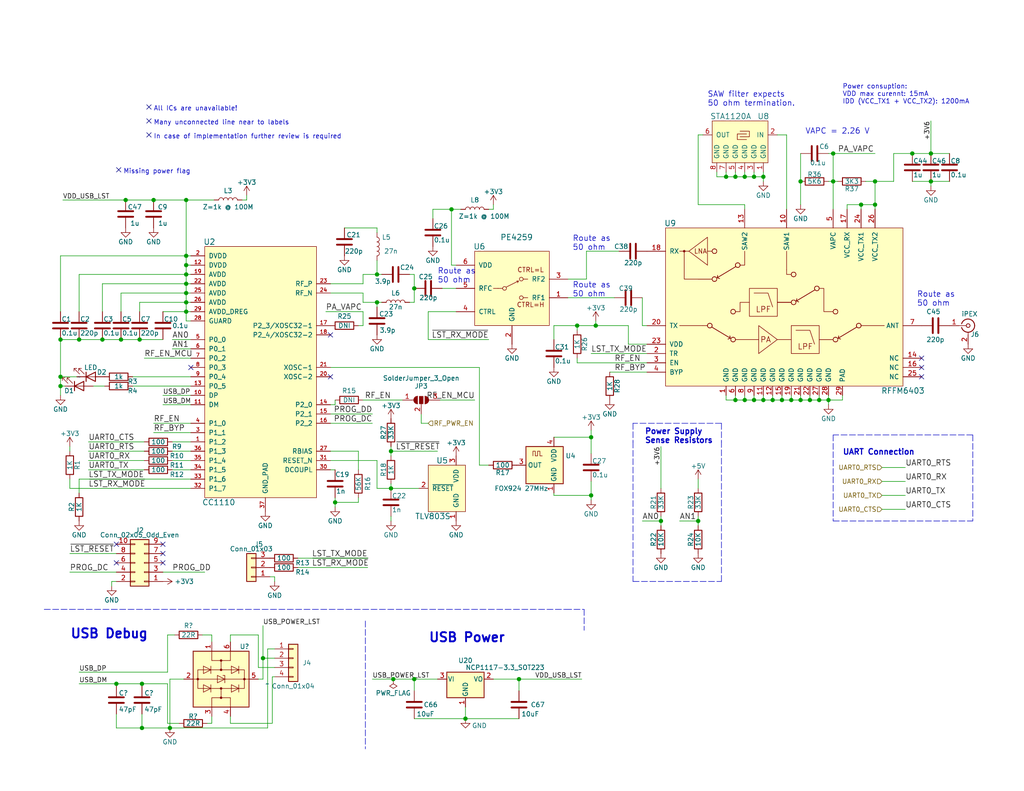
<source format=kicad_sch>
(kicad_sch (version 20210621) (generator eeschema)

  (uuid 31b0c6a8-031c-465a-a937-d97b09c540f9)

  (paper "USLetter")

  (title_block
    (title "BUTCube - communication module")
    (date "2021-11-18")
    (rev "v0.2")
    (company "VUT - FIT(STRaDe) & FME(IAE & IPE)")
    (comment 1 "Author: Štěpán Rydlo")
    (comment 2 "License")
    (comment 3 "This work is licensed under a Creative Commons Attribution-ShareAlike 4.0 International")
    (comment 4 "Copyright 2018 Planet Labs Inc")
  )

  


  (junction (at 16.51 92.71) (diameter 1.016) (color 0 0 0 0))
  (junction (at 16.51 102.87) (diameter 1.016) (color 0 0 0 0))
  (junction (at 16.51 105.41) (diameter 1.016) (color 0 0 0 0))
  (junction (at 21.59 92.71) (diameter 1.016) (color 0 0 0 0))
  (junction (at 27.94 92.71) (diameter 1.016) (color 0 0 0 0))
  (junction (at 31.75 186.69) (diameter 1.016) (color 0 0 0 0))
  (junction (at 33.02 92.71) (diameter 1.016) (color 0 0 0 0))
  (junction (at 34.29 54.61) (diameter 1.016) (color 0 0 0 0))
  (junction (at 38.1 92.71) (diameter 1.016) (color 0 0 0 0))
  (junction (at 38.735 186.69) (diameter 1.016) (color 0 0 0 0))
  (junction (at 38.735 198.755) (diameter 1.016) (color 0 0 0 0))
  (junction (at 41.91 54.61) (diameter 1.016) (color 0 0 0 0))
  (junction (at 46.355 198.755) (diameter 1.016) (color 0 0 0 0))
  (junction (at 50.8 54.61) (diameter 1.016) (color 0 0 0 0))
  (junction (at 50.8 69.85) (diameter 1.016) (color 0 0 0 0))
  (junction (at 50.8 72.39) (diameter 1.016) (color 0 0 0 0))
  (junction (at 50.8 74.93) (diameter 1.016) (color 0 0 0 0))
  (junction (at 50.8 77.47) (diameter 1.016) (color 0 0 0 0))
  (junction (at 50.8 80.01) (diameter 1.016) (color 0 0 0 0))
  (junction (at 50.8 82.55) (diameter 1.016) (color 0 0 0 0))
  (junction (at 50.8 85.09) (diameter 1.016) (color 0 0 0 0))
  (junction (at 71.755 179.705) (diameter 1.016) (color 0 0 0 0))
  (junction (at 91.44 137.16) (diameter 1.016) (color 0 0 0 0))
  (junction (at 102.87 74.93) (diameter 1.016) (color 0 0 0 0))
  (junction (at 102.87 82.55) (diameter 1.016) (color 0 0 0 0))
  (junction (at 106.68 123.19) (diameter 1.016) (color 0 0 0 0))
  (junction (at 106.68 133.35) (diameter 1.016) (color 0 0 0 0))
  (junction (at 107.315 185.42) (diameter 1.016) (color 0 0 0 0))
  (junction (at 113.03 78.74) (diameter 1.016) (color 0 0 0 0))
  (junction (at 113.03 185.42) (diameter 1.016) (color 0 0 0 0))
  (junction (at 123.19 57.15) (diameter 1.016) (color 0 0 0 0))
  (junction (at 127 196.215) (diameter 1.016) (color 0 0 0 0))
  (junction (at 141.605 185.42) (diameter 1.016) (color 0 0 0 0))
  (junction (at 157.48 88.9) (diameter 1.016) (color 0 0 0 0))
  (junction (at 161.29 119.38) (diameter 1.016) (color 0 0 0 0))
  (junction (at 161.29 135.255) (diameter 1.016) (color 0 0 0 0))
  (junction (at 162.56 88.9) (diameter 1.016) (color 0 0 0 0))
  (junction (at 180.34 142.24) (diameter 1.016) (color 0 0 0 0))
  (junction (at 190.5 142.24) (diameter 1.016) (color 0 0 0 0))
  (junction (at 198.12 48.26) (diameter 1.016) (color 0 0 0 0))
  (junction (at 200.66 48.26) (diameter 1.016) (color 0 0 0 0))
  (junction (at 200.66 109.22) (diameter 1.016) (color 0 0 0 0))
  (junction (at 203.2 48.26) (diameter 1.016) (color 0 0 0 0))
  (junction (at 203.2 109.22) (diameter 1.016) (color 0 0 0 0))
  (junction (at 205.74 48.26) (diameter 1.016) (color 0 0 0 0))
  (junction (at 205.74 109.22) (diameter 1.016) (color 0 0 0 0))
  (junction (at 208.28 48.26) (diameter 1.016) (color 0 0 0 0))
  (junction (at 208.28 109.22) (diameter 1.016) (color 0 0 0 0))
  (junction (at 210.82 109.22) (diameter 1.016) (color 0 0 0 0))
  (junction (at 213.36 109.22) (diameter 1.016) (color 0 0 0 0))
  (junction (at 215.9 109.22) (diameter 1.016) (color 0 0 0 0))
  (junction (at 218.44 49.53) (diameter 1.016) (color 0 0 0 0))
  (junction (at 218.44 109.22) (diameter 1.016) (color 0 0 0 0))
  (junction (at 220.98 109.22) (diameter 1.016) (color 0 0 0 0))
  (junction (at 223.52 109.22) (diameter 1.016) (color 0 0 0 0))
  (junction (at 226.06 109.22) (diameter 1.016) (color 0 0 0 0))
  (junction (at 227.33 41.91) (diameter 1.016) (color 0 0 0 0))
  (junction (at 227.33 49.53) (diameter 1.016) (color 0 0 0 0))
  (junction (at 234.95 55.88) (diameter 1.016) (color 0 0 0 0))
  (junction (at 238.76 49.53) (diameter 1.016) (color 0 0 0 0))
  (junction (at 238.76 55.88) (diameter 1.016) (color 0 0 0 0))
  (junction (at 248.92 41.91) (diameter 1.016) (color 0 0 0 0))
  (junction (at 254 41.91) (diameter 1.016) (color 0 0 0 0))
  (junction (at 254 49.53) (diameter 1.016) (color 0 0 0 0))

  (no_connect (at 31.75 148.59) (uuid bd1c0dc9-9dab-4a8e-960f-1be5fb624ba2))
  (no_connect (at 31.75 153.67) (uuid 2835a888-a3b6-4aa1-bcc0-c16b4cc0a324))
  (no_connect (at 32.385 46.355) (uuid 4ae87010-1994-40c2-a0d9-176e9d8e05b5))
  (no_connect (at 40.64 29.21) (uuid 1fe0feb1-2a3d-4d7d-ae9c-0e09d8d8aae5))
  (no_connect (at 40.64 33.02) (uuid 431f45c9-33a6-4cd6-aa8e-0cfd43863de2))
  (no_connect (at 40.64 36.83) (uuid dd9d7c69-42a8-4414-b13f-eb9c4e26c22d))
  (no_connect (at 44.45 148.59) (uuid 1ed7ac17-6c61-4e9a-a0a5-ce3e8a7df851))
  (no_connect (at 44.45 151.13) (uuid edbe6432-cdc2-4880-a5a5-187633fe248e))
  (no_connect (at 44.45 153.67) (uuid ebb02fa3-ca97-44d1-9429-1497c5b0f1f5))
  (no_connect (at 52.07 100.33) (uuid df72d2fc-ccdb-4b79-8a89-20cce0c913c5))
  (no_connect (at 90.17 91.44) (uuid 07da0a64-f33b-469a-973d-c9b25dd8db9e))
  (no_connect (at 90.17 102.87) (uuid 39387e56-b387-4959-94ce-73d8a78be2b3))
  (no_connect (at 251.46 97.79) (uuid f69c727c-cf15-44ef-bbb7-55c493ba44b2))
  (no_connect (at 251.46 100.33) (uuid ee771831-bd6c-4140-95ae-f4245c540cb3))
  (no_connect (at 251.46 102.87) (uuid db1a56a6-b7b9-4146-8cd1-d658900b5370))

  (wire (pts (xy 16.51 69.85) (xy 50.8 69.85))
    (stroke (width 0) (type solid) (color 0 0 0 0))
    (uuid cb64e1e3-a20b-4d0d-9852-74e7a2db52d2)
  )
  (wire (pts (xy 16.51 85.09) (xy 16.51 69.85))
    (stroke (width 0) (type solid) (color 0 0 0 0))
    (uuid bfb94146-2417-495c-afbe-daff6e2e6224)
  )
  (wire (pts (xy 16.51 92.71) (xy 16.51 102.87))
    (stroke (width 0) (type solid) (color 0 0 0 0))
    (uuid d0f15985-7d7b-4048-994a-65bcb688b4a1)
  )
  (wire (pts (xy 16.51 92.71) (xy 21.59 92.71))
    (stroke (width 0) (type solid) (color 0 0 0 0))
    (uuid 113ffbe2-2693-4119-bdb8-11dea62ba7f3)
  )
  (wire (pts (xy 16.51 102.87) (xy 16.51 105.41))
    (stroke (width 0) (type solid) (color 0 0 0 0))
    (uuid d0f15985-7d7b-4048-994a-65bcb688b4a1)
  )
  (wire (pts (xy 16.51 102.87) (xy 20.955 102.87))
    (stroke (width 0) (type solid) (color 0 0 0 0))
    (uuid 0b6b40ce-ef74-431c-877d-a5a7c35123ec)
  )
  (wire (pts (xy 16.51 105.41) (xy 16.51 107.95))
    (stroke (width 0) (type solid) (color 0 0 0 0))
    (uuid d0f15985-7d7b-4048-994a-65bcb688b4a1)
  )
  (wire (pts (xy 16.51 105.41) (xy 17.78 105.41))
    (stroke (width 0) (type solid) (color 0 0 0 0))
    (uuid 760fd7ce-6820-406f-aaf1-acdbe1764e42)
  )
  (wire (pts (xy 19.05 121.92) (xy 19.05 123.19))
    (stroke (width 0) (type solid) (color 0 0 0 0))
    (uuid b3cb7d03-5bef-4d3f-823f-001cb79fd627)
  )
  (wire (pts (xy 19.05 130.81) (xy 19.05 133.35))
    (stroke (width 0) (type solid) (color 0 0 0 0))
    (uuid 1e1bea3b-7b95-4b92-8311-8c0cf9ab3b11)
  )
  (wire (pts (xy 19.05 133.35) (xy 52.07 133.35))
    (stroke (width 0) (type solid) (color 0 0 0 0))
    (uuid 679b6ff4-ae13-41cd-ba2f-d2c2284c2873)
  )
  (wire (pts (xy 19.05 156.21) (xy 31.75 156.21))
    (stroke (width 0) (type solid) (color 0 0 0 0))
    (uuid e04dccd5-03b9-4fdb-a892-6917746ff057)
  )
  (wire (pts (xy 21.59 74.93) (xy 50.8 74.93))
    (stroke (width 0) (type solid) (color 0 0 0 0))
    (uuid 0e846a0c-79e7-488b-ba52-6f3e26c690b2)
  )
  (wire (pts (xy 21.59 85.09) (xy 21.59 74.93))
    (stroke (width 0) (type solid) (color 0 0 0 0))
    (uuid 2b149225-5dc2-45e9-91fc-16c401e34f41)
  )
  (wire (pts (xy 21.59 92.71) (xy 27.94 92.71))
    (stroke (width 0) (type solid) (color 0 0 0 0))
    (uuid 113ffbe2-2693-4119-bdb8-11dea62ba7f3)
  )
  (wire (pts (xy 21.59 130.81) (xy 21.59 134.62))
    (stroke (width 0) (type solid) (color 0 0 0 0))
    (uuid eb934a01-5e67-4db4-90b6-e19d80ac31de)
  )
  (wire (pts (xy 21.59 130.81) (xy 52.07 130.81))
    (stroke (width 0) (type solid) (color 0 0 0 0))
    (uuid 8979dc7e-f18d-4026-ab5b-e25b6573fb73)
  )
  (wire (pts (xy 21.59 183.515) (xy 45.72 183.515))
    (stroke (width 0) (type solid) (color 0 0 0 0))
    (uuid dc1399c5-f109-45b9-87bd-0a03da2a53f5)
  )
  (wire (pts (xy 21.59 186.69) (xy 31.75 186.69))
    (stroke (width 0) (type solid) (color 0 0 0 0))
    (uuid a2bac812-9657-4c5b-ad98-f1a22472482d)
  )
  (wire (pts (xy 25.4 105.41) (xy 28.575 105.41))
    (stroke (width 0) (type solid) (color 0 0 0 0))
    (uuid 1146694e-218f-4201-8413-2bbbd0b538b8)
  )
  (wire (pts (xy 27.94 77.47) (xy 50.8 77.47))
    (stroke (width 0) (type solid) (color 0 0 0 0))
    (uuid 2b38cbfa-8e29-4a9f-a100-1bf551f2379b)
  )
  (wire (pts (xy 27.94 85.09) (xy 27.94 77.47))
    (stroke (width 0) (type solid) (color 0 0 0 0))
    (uuid 9ff02183-ed72-4e70-85ff-dde8c81e6605)
  )
  (wire (pts (xy 27.94 92.71) (xy 33.02 92.71))
    (stroke (width 0) (type solid) (color 0 0 0 0))
    (uuid 113ffbe2-2693-4119-bdb8-11dea62ba7f3)
  )
  (wire (pts (xy 30.48 158.75) (xy 31.75 158.75))
    (stroke (width 0) (type solid) (color 0 0 0 0))
    (uuid ddba8fa4-1024-48c8-81ad-669a90684c03)
  )
  (wire (pts (xy 30.48 160.02) (xy 30.48 158.75))
    (stroke (width 0) (type solid) (color 0 0 0 0))
    (uuid 70ca4b9c-6ba9-40e9-aa20-c9a2d66d2939)
  )
  (wire (pts (xy 31.75 151.13) (xy 19.05 151.13))
    (stroke (width 0) (type solid) (color 0 0 0 0))
    (uuid 9942928c-6d04-4425-a9e4-f3e8957c3313)
  )
  (wire (pts (xy 31.75 186.69) (xy 31.75 187.325))
    (stroke (width 0) (type solid) (color 0 0 0 0))
    (uuid 81c23ca5-b1fc-4b0b-b8fa-b556616113b5)
  )
  (wire (pts (xy 31.75 186.69) (xy 38.735 186.69))
    (stroke (width 0) (type solid) (color 0 0 0 0))
    (uuid 2613ce09-43b5-44b5-b4b7-a851dcc99fd6)
  )
  (wire (pts (xy 31.75 194.945) (xy 31.75 198.755))
    (stroke (width 0) (type solid) (color 0 0 0 0))
    (uuid ba939b59-3212-4ed3-b356-69f7ffe1f135)
  )
  (wire (pts (xy 31.75 198.755) (xy 38.735 198.755))
    (stroke (width 0) (type solid) (color 0 0 0 0))
    (uuid 596ee0b9-fbeb-49da-9554-1c1c4fdd0f71)
  )
  (wire (pts (xy 33.02 80.01) (xy 50.8 80.01))
    (stroke (width 0) (type solid) (color 0 0 0 0))
    (uuid a10396ae-a1e6-4d63-bd03-8767d74cde3b)
  )
  (wire (pts (xy 33.02 85.09) (xy 33.02 80.01))
    (stroke (width 0) (type solid) (color 0 0 0 0))
    (uuid 018609aa-4a55-47cc-a055-9d5ffe6dc215)
  )
  (wire (pts (xy 33.02 92.71) (xy 38.1 92.71))
    (stroke (width 0) (type solid) (color 0 0 0 0))
    (uuid 113ffbe2-2693-4119-bdb8-11dea62ba7f3)
  )
  (wire (pts (xy 34.29 54.61) (xy 17.145 54.61))
    (stroke (width 0) (type solid) (color 0 0 0 0))
    (uuid d33926db-1156-4050-92fb-d71cc22303ac)
  )
  (wire (pts (xy 34.29 54.61) (xy 41.91 54.61))
    (stroke (width 0) (type solid) (color 0 0 0 0))
    (uuid 69b52d80-69ad-48b4-b665-c0c61f72ca5c)
  )
  (wire (pts (xy 36.195 102.87) (xy 52.07 102.87))
    (stroke (width 0) (type solid) (color 0 0 0 0))
    (uuid 8ee3adec-fb01-490b-a3d5-c4eda133a51e)
  )
  (wire (pts (xy 36.195 105.41) (xy 52.07 105.41))
    (stroke (width 0) (type solid) (color 0 0 0 0))
    (uuid cc3c8d8b-72e6-4409-b53a-5c41e1952a54)
  )
  (wire (pts (xy 38.1 82.55) (xy 50.8 82.55))
    (stroke (width 0) (type solid) (color 0 0 0 0))
    (uuid d0acf503-0287-4f12-a3a1-ed6526d69b81)
  )
  (wire (pts (xy 38.1 85.09) (xy 38.1 82.55))
    (stroke (width 0) (type solid) (color 0 0 0 0))
    (uuid 8e2d5558-3ef2-4127-b8dc-234d5ce7d871)
  )
  (wire (pts (xy 38.1 92.71) (xy 44.45 92.71))
    (stroke (width 0) (type solid) (color 0 0 0 0))
    (uuid 113ffbe2-2693-4119-bdb8-11dea62ba7f3)
  )
  (wire (pts (xy 38.735 186.69) (xy 38.735 187.325))
    (stroke (width 0) (type solid) (color 0 0 0 0))
    (uuid e0ae84f7-5e3f-4750-81ec-8d2ba506dc69)
  )
  (wire (pts (xy 38.735 186.69) (xy 45.72 186.69))
    (stroke (width 0) (type solid) (color 0 0 0 0))
    (uuid 77b721af-23cd-4124-b49d-f7ed3a0e799a)
  )
  (wire (pts (xy 38.735 194.945) (xy 38.735 198.755))
    (stroke (width 0) (type solid) (color 0 0 0 0))
    (uuid c55cc64d-3a54-40ef-a081-303220083fdd)
  )
  (wire (pts (xy 38.735 198.755) (xy 46.355 198.755))
    (stroke (width 0) (type solid) (color 0 0 0 0))
    (uuid 7c2dc806-7e37-44e5-bf2b-6cae1d8c3f6c)
  )
  (wire (pts (xy 39.37 97.79) (xy 52.07 97.79))
    (stroke (width 0) (type solid) (color 0 0 0 0))
    (uuid fe31f114-5356-4728-bbe3-a67226569d75)
  )
  (wire (pts (xy 39.37 120.65) (xy 24.13 120.65))
    (stroke (width 0) (type solid) (color 0 0 0 0))
    (uuid 63e5da63-984b-4325-825d-29e69a73e506)
  )
  (wire (pts (xy 39.37 123.19) (xy 24.13 123.19))
    (stroke (width 0) (type solid) (color 0 0 0 0))
    (uuid b81aeb5d-43a7-4688-8d97-2d73822fd324)
  )
  (wire (pts (xy 39.37 125.73) (xy 24.13 125.73))
    (stroke (width 0) (type solid) (color 0 0 0 0))
    (uuid a9660e5a-ff1c-47bd-ae35-d302e675c3aa)
  )
  (wire (pts (xy 39.37 128.27) (xy 24.13 128.27))
    (stroke (width 0) (type solid) (color 0 0 0 0))
    (uuid dd5a4d2c-6ee6-4a52-a18e-240856b10640)
  )
  (wire (pts (xy 41.91 54.61) (xy 50.8 54.61))
    (stroke (width 0) (type solid) (color 0 0 0 0))
    (uuid 69b52d80-69ad-48b4-b665-c0c61f72ca5c)
  )
  (wire (pts (xy 44.45 85.09) (xy 50.8 85.09))
    (stroke (width 0) (type solid) (color 0 0 0 0))
    (uuid 001f07de-c19f-406c-b57a-a7031dae9029)
  )
  (wire (pts (xy 44.45 107.95) (xy 52.07 107.95))
    (stroke (width 0) (type solid) (color 0 0 0 0))
    (uuid 34712cd0-50ed-45a2-b52a-b463af69f139)
  )
  (wire (pts (xy 44.45 110.49) (xy 52.07 110.49))
    (stroke (width 0) (type solid) (color 0 0 0 0))
    (uuid 0c4711d2-f924-4aaf-b681-013f2e628010)
  )
  (wire (pts (xy 44.45 156.21) (xy 55.88 156.21))
    (stroke (width 0) (type solid) (color 0 0 0 0))
    (uuid efcb3cc7-472b-44ec-86ad-fcc124a008aa)
  )
  (wire (pts (xy 45.72 173.355) (xy 45.72 183.515))
    (stroke (width 0) (type solid) (color 0 0 0 0))
    (uuid 23adf46f-58d5-49e7-a049-169b28eff4df)
  )
  (wire (pts (xy 45.72 186.69) (xy 45.72 197.485))
    (stroke (width 0) (type solid) (color 0 0 0 0))
    (uuid 602711c7-ab6a-413f-aa75-921555f8d673)
  )
  (wire (pts (xy 46.355 185.42) (xy 50.165 185.42))
    (stroke (width 0) (type solid) (color 0 0 0 0))
    (uuid 8c0859bf-34fe-4751-8689-96fdb6ee060e)
  )
  (wire (pts (xy 46.355 198.755) (xy 46.355 185.42))
    (stroke (width 0) (type solid) (color 0 0 0 0))
    (uuid e9ea0baf-69ea-4b3f-8623-67273d3e79a0)
  )
  (wire (pts (xy 46.355 198.755) (xy 73.025 198.755))
    (stroke (width 0) (type solid) (color 0 0 0 0))
    (uuid 5db08e06-d4ee-4a3e-903f-bded6920e495)
  )
  (wire (pts (xy 46.99 120.65) (xy 52.07 120.65))
    (stroke (width 0) (type solid) (color 0 0 0 0))
    (uuid 65f8db90-bcee-42cd-aff6-f9c60f72bc15)
  )
  (wire (pts (xy 46.99 123.19) (xy 52.07 123.19))
    (stroke (width 0) (type solid) (color 0 0 0 0))
    (uuid d290f9c6-590c-4735-a434-3b632c88ffb8)
  )
  (wire (pts (xy 46.99 125.73) (xy 52.07 125.73))
    (stroke (width 0) (type solid) (color 0 0 0 0))
    (uuid b8e393ea-6246-40cb-af9d-35795b2dad95)
  )
  (wire (pts (xy 46.99 128.27) (xy 52.07 128.27))
    (stroke (width 0) (type solid) (color 0 0 0 0))
    (uuid d52cd717-f4c3-441c-ab95-57fd2e3990b4)
  )
  (wire (pts (xy 47.625 173.355) (xy 45.72 173.355))
    (stroke (width 0) (type solid) (color 0 0 0 0))
    (uuid c4ac730c-b9d8-4e68-898f-921e1d197d81)
  )
  (wire (pts (xy 48.895 197.485) (xy 45.72 197.485))
    (stroke (width 0) (type solid) (color 0 0 0 0))
    (uuid a00d60aa-6b4b-4a5a-8c72-cacb30198886)
  )
  (wire (pts (xy 50.8 54.61) (xy 50.8 69.85))
    (stroke (width 0) (type solid) (color 0 0 0 0))
    (uuid 1cb0e9c4-c7da-4efc-bab7-fd9f130b250f)
  )
  (wire (pts (xy 50.8 54.61) (xy 58.42 54.61))
    (stroke (width 0) (type solid) (color 0 0 0 0))
    (uuid 279d666b-4bf9-4ad3-9e47-e7d284e8b248)
  )
  (wire (pts (xy 50.8 69.85) (xy 50.8 72.39))
    (stroke (width 0) (type solid) (color 0 0 0 0))
    (uuid a343497b-c29d-483a-9660-8a714e911b40)
  )
  (wire (pts (xy 50.8 69.85) (xy 52.07 69.85))
    (stroke (width 0) (type solid) (color 0 0 0 0))
    (uuid 7d0e0291-71de-4189-8f7d-2298754407f1)
  )
  (wire (pts (xy 50.8 72.39) (xy 50.8 74.93))
    (stroke (width 0) (type solid) (color 0 0 0 0))
    (uuid 1b5f8d9f-c23f-4236-9fd7-834c95ba777f)
  )
  (wire (pts (xy 50.8 72.39) (xy 52.07 72.39))
    (stroke (width 0) (type solid) (color 0 0 0 0))
    (uuid c9b7ba65-58a6-471e-b4dc-f071eee93d01)
  )
  (wire (pts (xy 50.8 74.93) (xy 50.8 77.47))
    (stroke (width 0) (type solid) (color 0 0 0 0))
    (uuid 950b441d-dca9-4246-b8e4-b044da04c1f9)
  )
  (wire (pts (xy 50.8 74.93) (xy 52.07 74.93))
    (stroke (width 0) (type solid) (color 0 0 0 0))
    (uuid 54d13763-408b-4a41-9186-7e3af4a919ac)
  )
  (wire (pts (xy 50.8 77.47) (xy 50.8 80.01))
    (stroke (width 0) (type solid) (color 0 0 0 0))
    (uuid 1a979674-d889-47de-966a-8123d483e225)
  )
  (wire (pts (xy 50.8 77.47) (xy 52.07 77.47))
    (stroke (width 0) (type solid) (color 0 0 0 0))
    (uuid aac38559-f386-4ec1-a157-c1f05f398a5c)
  )
  (wire (pts (xy 50.8 80.01) (xy 50.8 82.55))
    (stroke (width 0) (type solid) (color 0 0 0 0))
    (uuid 3b8b6c41-2a6e-4dbf-8bc2-90b6df22e0b4)
  )
  (wire (pts (xy 50.8 80.01) (xy 52.07 80.01))
    (stroke (width 0) (type solid) (color 0 0 0 0))
    (uuid b33cf266-84d0-4c7c-a18c-865e9f48e2f0)
  )
  (wire (pts (xy 50.8 82.55) (xy 50.8 85.09))
    (stroke (width 0) (type solid) (color 0 0 0 0))
    (uuid b511643a-40b1-400d-8189-5eebb4df6d85)
  )
  (wire (pts (xy 50.8 82.55) (xy 52.07 82.55))
    (stroke (width 0) (type solid) (color 0 0 0 0))
    (uuid 964ab87e-9f66-4e7e-ae1f-1a03d2bb00ab)
  )
  (wire (pts (xy 50.8 85.09) (xy 50.8 87.63))
    (stroke (width 0) (type solid) (color 0 0 0 0))
    (uuid 0e72e75f-373b-435d-b33b-09ebfd173830)
  )
  (wire (pts (xy 50.8 85.09) (xy 52.07 85.09))
    (stroke (width 0) (type solid) (color 0 0 0 0))
    (uuid b9abca4b-f17e-49da-9cf2-36b785c7066a)
  )
  (wire (pts (xy 50.8 87.63) (xy 52.07 87.63))
    (stroke (width 0) (type solid) (color 0 0 0 0))
    (uuid b8de970d-f9b3-4edd-a4c1-79bb1ba723bf)
  )
  (wire (pts (xy 52.07 92.71) (xy 46.99 92.71))
    (stroke (width 0) (type solid) (color 0 0 0 0))
    (uuid 56ce3273-3ee0-4329-bbcd-d8b69a8f3070)
  )
  (wire (pts (xy 52.07 95.25) (xy 46.99 95.25))
    (stroke (width 0) (type solid) (color 0 0 0 0))
    (uuid e6f86d11-c777-4a7b-a341-dd4ba83f8cb9)
  )
  (wire (pts (xy 52.07 115.57) (xy 41.91 115.57))
    (stroke (width 0) (type solid) (color 0 0 0 0))
    (uuid ce68e74f-46c4-471a-bb68-0a1d2d36e7b4)
  )
  (wire (pts (xy 52.07 118.11) (xy 41.91 118.11))
    (stroke (width 0) (type solid) (color 0 0 0 0))
    (uuid d67f9b0e-275f-4dfc-9094-a32d66c82ef7)
  )
  (wire (pts (xy 55.245 173.355) (xy 57.785 173.355))
    (stroke (width 0) (type solid) (color 0 0 0 0))
    (uuid 3ed27699-bb6a-4f70-9a2c-a62edae58f99)
  )
  (wire (pts (xy 56.515 197.485) (xy 57.785 197.485))
    (stroke (width 0) (type solid) (color 0 0 0 0))
    (uuid e6b85693-9b07-443f-982d-6e4fb9070884)
  )
  (wire (pts (xy 57.785 175.26) (xy 57.785 173.355))
    (stroke (width 0) (type solid) (color 0 0 0 0))
    (uuid 26f203a9-b1fb-4798-898c-bbb5c7b4fd8f)
  )
  (wire (pts (xy 57.785 195.58) (xy 57.785 197.485))
    (stroke (width 0) (type solid) (color 0 0 0 0))
    (uuid eaa5afd6-abbc-47d3-8f17-072ee3ad360b)
  )
  (wire (pts (xy 62.865 173.355) (xy 62.865 175.26))
    (stroke (width 0) (type solid) (color 0 0 0 0))
    (uuid 7abebd6e-3e83-4d03-8beb-614fa529bddb)
  )
  (wire (pts (xy 62.865 195.58) (xy 62.865 197.485))
    (stroke (width 0) (type solid) (color 0 0 0 0))
    (uuid adcdd075-6c08-4dd0-b191-6ff6f5997428)
  )
  (wire (pts (xy 62.865 197.485) (xy 74.295 197.485))
    (stroke (width 0) (type solid) (color 0 0 0 0))
    (uuid b3ab69df-5f2a-45f2-8cce-6cf6acb18aa7)
  )
  (wire (pts (xy 67.31 53.34) (xy 67.31 54.61))
    (stroke (width 0) (type solid) (color 0 0 0 0))
    (uuid 3c7b332a-4c7a-4be5-a625-ceb96b7861ae)
  )
  (wire (pts (xy 67.31 54.61) (xy 66.04 54.61))
    (stroke (width 0) (type solid) (color 0 0 0 0))
    (uuid 10e88112-67c2-446f-b77b-b8a3b994c6ea)
  )
  (wire (pts (xy 70.485 173.355) (xy 62.865 173.355))
    (stroke (width 0) (type solid) (color 0 0 0 0))
    (uuid 847d8cbb-f8b4-4ef7-b94a-4ebeba8829fc)
  )
  (wire (pts (xy 70.485 182.245) (xy 70.485 173.355))
    (stroke (width 0) (type solid) (color 0 0 0 0))
    (uuid daf7e652-3fff-4c5e-aba0-7faad60d1db9)
  )
  (wire (pts (xy 70.485 185.42) (xy 71.755 185.42))
    (stroke (width 0) (type solid) (color 0 0 0 0))
    (uuid d0710096-c1ce-4bc8-b91a-5b8cd91b2ae6)
  )
  (wire (pts (xy 71.755 170.815) (xy 71.755 179.705))
    (stroke (width 0) (type solid) (color 0 0 0 0))
    (uuid e8c89e48-bb05-45a3-8993-bce4f0fa6823)
  )
  (wire (pts (xy 71.755 179.705) (xy 71.755 185.42))
    (stroke (width 0) (type solid) (color 0 0 0 0))
    (uuid 25240ee8-9419-404c-b92a-9f858d6b2570)
  )
  (wire (pts (xy 71.755 179.705) (xy 74.93 179.705))
    (stroke (width 0) (type solid) (color 0 0 0 0))
    (uuid 2caad82b-c0b3-4a37-ae72-2910918221ce)
  )
  (wire (pts (xy 73.025 177.165) (xy 73.025 198.755))
    (stroke (width 0) (type solid) (color 0 0 0 0))
    (uuid aaa7970a-97b2-4cff-b61d-301ec4014e71)
  )
  (wire (pts (xy 73.66 157.48) (xy 74.93 157.48))
    (stroke (width 0) (type solid) (color 0 0 0 0))
    (uuid d08771cf-a1f2-4353-aa29-79f7dad276b9)
  )
  (wire (pts (xy 74.295 184.785) (xy 74.295 197.485))
    (stroke (width 0) (type solid) (color 0 0 0 0))
    (uuid 6e93fa7b-146a-4f02-951f-783febece7a2)
  )
  (wire (pts (xy 74.93 157.48) (xy 74.93 158.75))
    (stroke (width 0) (type solid) (color 0 0 0 0))
    (uuid 48a74c96-989d-4fa5-b2a0-276dce85907d)
  )
  (wire (pts (xy 74.93 177.165) (xy 73.025 177.165))
    (stroke (width 0) (type solid) (color 0 0 0 0))
    (uuid 64c2183c-9171-42d4-947c-13b0043a6c30)
  )
  (wire (pts (xy 74.93 182.245) (xy 70.485 182.245))
    (stroke (width 0) (type solid) (color 0 0 0 0))
    (uuid 58733073-68bd-45ac-8fdc-9960611e6d54)
  )
  (wire (pts (xy 74.93 184.785) (xy 74.295 184.785))
    (stroke (width 0) (type solid) (color 0 0 0 0))
    (uuid 686c3e75-21b3-4ab3-8a9b-48069dfc415b)
  )
  (wire (pts (xy 81.28 152.4) (xy 100.33 152.4))
    (stroke (width 0) (type solid) (color 0 0 0 0))
    (uuid c6654a9d-4cbb-48d0-a16d-092d139d39d0)
  )
  (wire (pts (xy 81.28 154.94) (xy 100.33 154.94))
    (stroke (width 0) (type solid) (color 0 0 0 0))
    (uuid d2c8f905-e555-41f4-8168-eea8be832fa5)
  )
  (wire (pts (xy 90.17 100.33) (xy 130.81 100.33))
    (stroke (width 0) (type solid) (color 0 0 0 0))
    (uuid 0d2c17bc-b8aa-45c1-b925-6665cb347660)
  )
  (wire (pts (xy 90.17 110.49) (xy 91.44 110.49))
    (stroke (width 0) (type solid) (color 0 0 0 0))
    (uuid 8a511972-6230-4497-bf58-3bf0d5a2b0bb)
  )
  (wire (pts (xy 90.17 113.03) (xy 101.6 113.03))
    (stroke (width 0) (type solid) (color 0 0 0 0))
    (uuid 967ad674-4fdb-4590-bba2-78200aa5c49d)
  )
  (wire (pts (xy 90.17 115.57) (xy 101.6 115.57))
    (stroke (width 0) (type solid) (color 0 0 0 0))
    (uuid 94d320cd-6eac-440c-bde0-344a8a565c6e)
  )
  (wire (pts (xy 90.17 123.19) (xy 97.79 123.19))
    (stroke (width 0) (type solid) (color 0 0 0 0))
    (uuid 6433c154-fe65-4b82-8e3c-617090328608)
  )
  (wire (pts (xy 90.17 125.73) (xy 102.87 125.73))
    (stroke (width 0) (type solid) (color 0 0 0 0))
    (uuid 29ab046f-fabe-47c6-935c-bbb7ccacdac1)
  )
  (wire (pts (xy 90.17 128.27) (xy 91.44 128.27))
    (stroke (width 0) (type solid) (color 0 0 0 0))
    (uuid 96a09475-4977-46b1-9ca4-9249e3c3e17e)
  )
  (wire (pts (xy 91.44 110.49) (xy 91.44 109.22))
    (stroke (width 0) (type solid) (color 0 0 0 0))
    (uuid a176db7b-8c29-491e-ac4f-d39af84cb433)
  )
  (wire (pts (xy 91.44 135.89) (xy 91.44 137.16))
    (stroke (width 0) (type solid) (color 0 0 0 0))
    (uuid 09154a0d-12c0-48b5-9163-39dfdea66f78)
  )
  (wire (pts (xy 91.44 137.16) (xy 91.44 138.43))
    (stroke (width 0) (type solid) (color 0 0 0 0))
    (uuid 9a336e60-212c-4b0f-b392-b5a1c8b9f766)
  )
  (wire (pts (xy 97.79 88.9) (xy 99.06 88.9))
    (stroke (width 0) (type solid) (color 0 0 0 0))
    (uuid 73468ba7-6cdc-4032-bbd4-28e07c379c25)
  )
  (wire (pts (xy 97.79 123.19) (xy 97.79 128.27))
    (stroke (width 0) (type solid) (color 0 0 0 0))
    (uuid 166b26ff-bfb3-406d-ad92-203f5b99e068)
  )
  (wire (pts (xy 97.79 135.89) (xy 97.79 137.16))
    (stroke (width 0) (type solid) (color 0 0 0 0))
    (uuid fdd62f51-1ad1-465c-9fad-0c274ea49d84)
  )
  (wire (pts (xy 97.79 137.16) (xy 91.44 137.16))
    (stroke (width 0) (type solid) (color 0 0 0 0))
    (uuid 581955b6-e8e4-4d61-a578-7709ab29ac75)
  )
  (wire (pts (xy 99.06 74.93) (xy 102.87 74.93))
    (stroke (width 0) (type solid) (color 0 0 0 0))
    (uuid 32085c14-c8ff-4c74-bb8f-f38df5e2722c)
  )
  (wire (pts (xy 99.06 77.47) (xy 90.17 77.47))
    (stroke (width 0) (type solid) (color 0 0 0 0))
    (uuid 6365cebb-414f-484d-9061-826154abad6e)
  )
  (wire (pts (xy 99.06 77.47) (xy 99.06 74.93))
    (stroke (width 0) (type solid) (color 0 0 0 0))
    (uuid e4bf8525-4603-4e18-aec0-5f19b64d8360)
  )
  (wire (pts (xy 99.06 80.01) (xy 90.17 80.01))
    (stroke (width 0) (type solid) (color 0 0 0 0))
    (uuid b367b5bf-7a24-4358-9d1e-f79ddc82a910)
  )
  (wire (pts (xy 99.06 82.55) (xy 99.06 80.01))
    (stroke (width 0) (type solid) (color 0 0 0 0))
    (uuid 4f299961-cb99-4155-869d-50162b2f4adb)
  )
  (wire (pts (xy 99.06 82.55) (xy 102.87 82.55))
    (stroke (width 0) (type solid) (color 0 0 0 0))
    (uuid 836eec7c-fbf7-467e-9160-a1fb985d7965)
  )
  (wire (pts (xy 99.06 85.09) (xy 88.9 85.09))
    (stroke (width 0) (type solid) (color 0 0 0 0))
    (uuid 92a13905-a032-40c2-a66e-1f7a1591878e)
  )
  (wire (pts (xy 99.06 88.9) (xy 99.06 85.09))
    (stroke (width 0) (type solid) (color 0 0 0 0))
    (uuid 4379819c-3929-474f-9d68-fda9f54ff7ab)
  )
  (wire (pts (xy 99.06 109.22) (xy 109.855 109.22))
    (stroke (width 0) (type solid) (color 0 0 0 0))
    (uuid 09a75c36-fcdf-40c7-95be-3890ff327f77)
  )
  (wire (pts (xy 101.6 185.42) (xy 107.315 185.42))
    (stroke (width 0) (type solid) (color 0 0 0 0))
    (uuid 6a3f6217-6b38-4055-8146-358c82bc1f08)
  )
  (wire (pts (xy 102.87 62.23) (xy 93.98 62.23))
    (stroke (width 0) (type solid) (color 0 0 0 0))
    (uuid df8873e8-3556-4909-b139-e0545041b2cc)
  )
  (wire (pts (xy 102.87 63.5) (xy 102.87 62.23))
    (stroke (width 0) (type solid) (color 0 0 0 0))
    (uuid d6338f31-daac-4ead-9090-402dc77df3a0)
  )
  (wire (pts (xy 102.87 74.93) (xy 102.87 71.12))
    (stroke (width 0) (type solid) (color 0 0 0 0))
    (uuid 98631438-24a5-4be5-97df-07b393f677ac)
  )
  (wire (pts (xy 102.87 74.93) (xy 104.14 74.93))
    (stroke (width 0) (type solid) (color 0 0 0 0))
    (uuid fe50a9dc-b1f8-4376-ab0b-e0b888b2cc95)
  )
  (wire (pts (xy 102.87 82.55) (xy 102.87 83.82))
    (stroke (width 0) (type solid) (color 0 0 0 0))
    (uuid c6ee1b1a-978a-4ce9-8ce2-7b98dcba6384)
  )
  (wire (pts (xy 102.87 82.55) (xy 104.14 82.55))
    (stroke (width 0) (type solid) (color 0 0 0 0))
    (uuid 836eec7c-fbf7-467e-9160-a1fb985d7965)
  )
  (wire (pts (xy 102.87 125.73) (xy 102.87 133.35))
    (stroke (width 0) (type solid) (color 0 0 0 0))
    (uuid 3ee5e65d-a9c9-4286-9944-68ba1a61bfab)
  )
  (wire (pts (xy 102.87 133.35) (xy 106.68 133.35))
    (stroke (width 0) (type solid) (color 0 0 0 0))
    (uuid 89ab63f3-a5eb-418a-8dbc-aa545fe2fda3)
  )
  (wire (pts (xy 106.68 121.92) (xy 106.68 123.19))
    (stroke (width 0) (type solid) (color 0 0 0 0))
    (uuid 54344b2a-2650-4b56-91ff-bdecd1faf38e)
  )
  (wire (pts (xy 106.68 123.19) (xy 106.68 124.46))
    (stroke (width 0) (type solid) (color 0 0 0 0))
    (uuid a7534b1c-6bd7-4b3c-b826-0f8aecc26bfe)
  )
  (wire (pts (xy 106.68 123.19) (xy 119.38 123.19))
    (stroke (width 0) (type solid) (color 0 0 0 0))
    (uuid 11ba78fb-ebb8-4e98-bba1-f0585b1932a3)
  )
  (wire (pts (xy 106.68 132.08) (xy 106.68 133.35))
    (stroke (width 0) (type solid) (color 0 0 0 0))
    (uuid bf84d9fe-6459-41be-a870-c95042cc3f78)
  )
  (wire (pts (xy 106.68 133.35) (xy 114.3 133.35))
    (stroke (width 0) (type solid) (color 0 0 0 0))
    (uuid 97dee1c5-1752-40ec-895c-59c7251891d6)
  )
  (wire (pts (xy 106.68 140.97) (xy 106.68 142.24))
    (stroke (width 0) (type solid) (color 0 0 0 0))
    (uuid ab821e9d-e355-46b3-805a-1f64f3b1b203)
  )
  (wire (pts (xy 107.315 185.42) (xy 113.03 185.42))
    (stroke (width 0) (type solid) (color 0 0 0 0))
    (uuid 4e0c1450-4220-49bf-a471-18367ec7cb1a)
  )
  (wire (pts (xy 111.76 74.93) (xy 113.03 74.93))
    (stroke (width 0) (type solid) (color 0 0 0 0))
    (uuid d633ca27-8f34-4409-81ec-34d89481dca1)
  )
  (wire (pts (xy 113.03 74.93) (xy 113.03 78.74))
    (stroke (width 0) (type solid) (color 0 0 0 0))
    (uuid 76643cc2-fb16-4b06-b4bf-d87e9ec768d8)
  )
  (wire (pts (xy 113.03 78.74) (xy 113.03 82.55))
    (stroke (width 0) (type solid) (color 0 0 0 0))
    (uuid 76643cc2-fb16-4b06-b4bf-d87e9ec768d8)
  )
  (wire (pts (xy 113.03 82.55) (xy 111.76 82.55))
    (stroke (width 0) (type solid) (color 0 0 0 0))
    (uuid 99889696-89ef-4390-8c65-b5d8d436ce33)
  )
  (wire (pts (xy 113.03 185.42) (xy 113.03 188.595))
    (stroke (width 0) (type solid) (color 0 0 0 0))
    (uuid f3ed857f-5db4-4eca-b82c-411c3bbbebb0)
  )
  (wire (pts (xy 113.03 185.42) (xy 119.38 185.42))
    (stroke (width 0) (type solid) (color 0 0 0 0))
    (uuid f766df24-00ec-4065-8f1d-b225dafcf279)
  )
  (wire (pts (xy 113.03 196.215) (xy 127 196.215))
    (stroke (width 0) (type solid) (color 0 0 0 0))
    (uuid 1348c5ac-2fb1-4a67-8dfd-2636db4fd5c6)
  )
  (wire (pts (xy 114.935 113.03) (xy 114.935 115.57))
    (stroke (width 0) (type solid) (color 0 0 0 0))
    (uuid 75dc6861-985b-4dcc-ae41-3b01b23b2c9e)
  )
  (wire (pts (xy 114.935 115.57) (xy 116.84 115.57))
    (stroke (width 0) (type solid) (color 0 0 0 0))
    (uuid 1dc67f17-17fc-4b94-a2b7-70a0b6a5895f)
  )
  (wire (pts (xy 116.84 85.09) (xy 116.84 92.71))
    (stroke (width 0) (type solid) (color 0 0 0 0))
    (uuid dd0cc9d9-5091-4105-93b7-7ba2b256a195)
  )
  (wire (pts (xy 116.84 92.71) (xy 133.35 92.71))
    (stroke (width 0) (type solid) (color 0 0 0 0))
    (uuid 35c1ac7b-c789-4037-960a-7da6b39d1275)
  )
  (wire (pts (xy 118.11 57.15) (xy 118.11 59.69))
    (stroke (width 0) (type solid) (color 0 0 0 0))
    (uuid 7dd4ec1f-fcda-49f2-9e1d-8f133a85d0db)
  )
  (wire (pts (xy 118.11 57.15) (xy 123.19 57.15))
    (stroke (width 0) (type solid) (color 0 0 0 0))
    (uuid fc461800-3596-4718-80aa-8bd7451a9c71)
  )
  (wire (pts (xy 120.015 109.22) (xy 129.54 109.22))
    (stroke (width 0) (type solid) (color 0 0 0 0))
    (uuid 8e213fbb-2736-48d5-b40e-8c19a30e95aa)
  )
  (wire (pts (xy 120.65 78.74) (xy 124.46 78.74))
    (stroke (width 0) (type solid) (color 0 0 0 0))
    (uuid 96adb8b7-79cd-4fe6-95a1-a5944cb60b05)
  )
  (wire (pts (xy 123.19 57.15) (xy 123.19 72.39))
    (stroke (width 0) (type solid) (color 0 0 0 0))
    (uuid 7a45da04-9607-4770-b85f-b923c3ad2189)
  )
  (wire (pts (xy 123.19 57.15) (xy 125.73 57.15))
    (stroke (width 0) (type solid) (color 0 0 0 0))
    (uuid 6a80006e-9704-4dc7-8552-a3db52873233)
  )
  (wire (pts (xy 123.19 72.39) (xy 124.46 72.39))
    (stroke (width 0) (type solid) (color 0 0 0 0))
    (uuid 66bf476c-e461-4d98-9190-21f83347191c)
  )
  (wire (pts (xy 124.46 85.09) (xy 116.84 85.09))
    (stroke (width 0) (type solid) (color 0 0 0 0))
    (uuid 1f347094-93bf-4b07-9085-d23f0392ce6c)
  )
  (wire (pts (xy 127 193.04) (xy 127 196.215))
    (stroke (width 0) (type solid) (color 0 0 0 0))
    (uuid ba8cc42c-f528-4161-907e-cbec8d2ee7c5)
  )
  (wire (pts (xy 127 196.215) (xy 141.605 196.215))
    (stroke (width 0) (type solid) (color 0 0 0 0))
    (uuid 88a13519-2d9a-4739-98a2-a6808614972c)
  )
  (wire (pts (xy 130.81 127) (xy 130.81 100.33))
    (stroke (width 0) (type solid) (color 0 0 0 0))
    (uuid 3b73e0c8-243f-471d-8ab9-f1844142f0a7)
  )
  (wire (pts (xy 133.35 127) (xy 130.81 127))
    (stroke (width 0) (type solid) (color 0 0 0 0))
    (uuid f7a46454-7e1e-4d2c-a1c2-043b88b067b0)
  )
  (wire (pts (xy 134.62 55.88) (xy 134.62 57.15))
    (stroke (width 0) (type solid) (color 0 0 0 0))
    (uuid 351e7051-f1c9-4aa2-8c25-261cf1a35681)
  )
  (wire (pts (xy 134.62 57.15) (xy 133.35 57.15))
    (stroke (width 0) (type solid) (color 0 0 0 0))
    (uuid b149c046-7381-463d-8cc5-3e6d338c5c33)
  )
  (wire (pts (xy 134.62 185.42) (xy 141.605 185.42))
    (stroke (width 0) (type solid) (color 0 0 0 0))
    (uuid 5e547642-a505-4bbe-86b4-91097382ca0a)
  )
  (wire (pts (xy 141.605 185.42) (xy 141.605 188.595))
    (stroke (width 0) (type solid) (color 0 0 0 0))
    (uuid 7ebeda66-9682-4a99-b807-2f8e35cf37ee)
  )
  (wire (pts (xy 141.605 185.42) (xy 158.75 185.42))
    (stroke (width 0) (type solid) (color 0 0 0 0))
    (uuid 059e8dca-9ef5-4b78-b8b5-aeb79e8f2bfd)
  )
  (wire (pts (xy 151.13 88.9) (xy 151.13 92.71))
    (stroke (width 0) (type solid) (color 0 0 0 0))
    (uuid ecd6095c-906a-48ce-8e3b-deebf30394fe)
  )
  (wire (pts (xy 151.13 88.9) (xy 157.48 88.9))
    (stroke (width 0) (type solid) (color 0 0 0 0))
    (uuid 4c25f994-e097-45ed-9313-a42e3921ec7f)
  )
  (wire (pts (xy 151.13 119.38) (xy 161.29 119.38))
    (stroke (width 0) (type solid) (color 0 0 0 0))
    (uuid 1ec1b280-1569-452e-b090-747caa7aaf5a)
  )
  (wire (pts (xy 151.13 134.62) (xy 151.13 135.255))
    (stroke (width 0) (type solid) (color 0 0 0 0))
    (uuid 99892513-8b7f-4d00-bfb9-52bfb79d164b)
  )
  (wire (pts (xy 151.13 135.255) (xy 161.29 135.255))
    (stroke (width 0) (type solid) (color 0 0 0 0))
    (uuid 99892513-8b7f-4d00-bfb9-52bfb79d164b)
  )
  (wire (pts (xy 154.94 81.28) (xy 167.64 81.28))
    (stroke (width 0) (type solid) (color 0 0 0 0))
    (uuid 6979c3c4-9cfc-4090-8611-8da498b03b45)
  )
  (wire (pts (xy 157.48 88.9) (xy 162.56 88.9))
    (stroke (width 0) (type solid) (color 0 0 0 0))
    (uuid 46f58c7c-d3d5-4dd3-b2f6-b6348c8f541b)
  )
  (wire (pts (xy 157.48 90.17) (xy 157.48 88.9))
    (stroke (width 0) (type solid) (color 0 0 0 0))
    (uuid 84e60649-87ce-446b-9b41-8379c6f5f706)
  )
  (wire (pts (xy 157.48 99.06) (xy 157.48 97.79))
    (stroke (width 0) (type solid) (color 0 0 0 0))
    (uuid a975c995-433a-422c-93e5-dd40ad786ad9)
  )
  (wire (pts (xy 157.48 99.06) (xy 176.53 99.06))
    (stroke (width 0) (type solid) (color 0 0 0 0))
    (uuid 655486e1-3625-4e66-8a89-83850994e9b1)
  )
  (wire (pts (xy 160.02 68.58) (xy 160.02 76.2))
    (stroke (width 0) (type solid) (color 0 0 0 0))
    (uuid e94598bb-7ec3-489b-ab95-57bf4218786a)
  )
  (wire (pts (xy 160.02 68.58) (xy 168.91 68.58))
    (stroke (width 0) (type solid) (color 0 0 0 0))
    (uuid e65794ec-64ad-420e-aa6d-6d88203c82c8)
  )
  (wire (pts (xy 160.02 76.2) (xy 154.94 76.2))
    (stroke (width 0) (type solid) (color 0 0 0 0))
    (uuid 88e25da9-c291-4ef9-b838-38374b532784)
  )
  (wire (pts (xy 161.29 119.38) (xy 161.29 117.475))
    (stroke (width 0) (type solid) (color 0 0 0 0))
    (uuid 1ec1b280-1569-452e-b090-747caa7aaf5a)
  )
  (wire (pts (xy 161.29 119.38) (xy 161.29 123.825))
    (stroke (width 0) (type solid) (color 0 0 0 0))
    (uuid 206c2727-0113-4166-a45e-63cd4490f544)
  )
  (wire (pts (xy 161.29 131.445) (xy 161.29 135.255))
    (stroke (width 0) (type solid) (color 0 0 0 0))
    (uuid c3ec03c1-d68d-41aa-b2f5-70870d7100ea)
  )
  (wire (pts (xy 161.29 135.255) (xy 161.29 136.525))
    (stroke (width 0) (type solid) (color 0 0 0 0))
    (uuid 99892513-8b7f-4d00-bfb9-52bfb79d164b)
  )
  (wire (pts (xy 162.56 88.9) (xy 162.56 87.63))
    (stroke (width 0) (type solid) (color 0 0 0 0))
    (uuid 8f1cc797-05b5-4a78-93d8-2693db8fa96a)
  )
  (wire (pts (xy 162.56 88.9) (xy 171.45 88.9))
    (stroke (width 0) (type solid) (color 0 0 0 0))
    (uuid 635fb2b2-74b7-4a48-bb98-29135b228a90)
  )
  (wire (pts (xy 166.37 101.6) (xy 176.53 101.6))
    (stroke (width 0) (type solid) (color 0 0 0 0))
    (uuid 1d9b658c-72c4-4fa8-8714-18f25c995c9e)
  )
  (wire (pts (xy 171.45 88.9) (xy 171.45 93.98))
    (stroke (width 0) (type solid) (color 0 0 0 0))
    (uuid 167037b1-d01c-491f-a1c7-b20d8f415ca8)
  )
  (wire (pts (xy 171.45 93.98) (xy 176.53 93.98))
    (stroke (width 0) (type solid) (color 0 0 0 0))
    (uuid deb30bb5-9fff-4431-9ec9-a22b32cc8ac5)
  )
  (wire (pts (xy 175.26 81.28) (xy 175.26 88.9))
    (stroke (width 0) (type solid) (color 0 0 0 0))
    (uuid 6148ea10-01a1-4644-ba84-1ee54146d684)
  )
  (wire (pts (xy 175.26 88.9) (xy 176.53 88.9))
    (stroke (width 0) (type solid) (color 0 0 0 0))
    (uuid da8b23ec-42be-43f1-8a5e-239717cfe466)
  )
  (wire (pts (xy 176.53 96.52) (xy 161.29 96.52))
    (stroke (width 0) (type solid) (color 0 0 0 0))
    (uuid 92999079-c9b5-4e73-8e23-b257343d8a37)
  )
  (wire (pts (xy 180.34 121.92) (xy 180.34 133.35))
    (stroke (width 0) (type solid) (color 0 0 0 0))
    (uuid 1fba62c2-515c-4122-89b0-1faa97d9a25a)
  )
  (wire (pts (xy 180.34 140.97) (xy 180.34 142.24))
    (stroke (width 0) (type solid) (color 0 0 0 0))
    (uuid be05d8b3-36b3-46f4-a361-863fc8bfbb67)
  )
  (wire (pts (xy 180.34 142.24) (xy 175.26 142.24))
    (stroke (width 0) (type solid) (color 0 0 0 0))
    (uuid f1a03134-9e8e-4a2f-945a-9ef03c20a547)
  )
  (wire (pts (xy 180.34 142.24) (xy 180.34 143.51))
    (stroke (width 0) (type solid) (color 0 0 0 0))
    (uuid 91bb5605-ee93-47ce-8b47-082c7cb0d74e)
  )
  (wire (pts (xy 190.5 36.83) (xy 190.5 55.88))
    (stroke (width 0) (type solid) (color 0 0 0 0))
    (uuid 65309526-ca44-4883-a14c-aa0a4ad629a8)
  )
  (wire (pts (xy 190.5 55.88) (xy 203.2 55.88))
    (stroke (width 0) (type solid) (color 0 0 0 0))
    (uuid c08adf76-b285-415a-a901-0bee7fb554a4)
  )
  (wire (pts (xy 190.5 130.81) (xy 190.5 133.35))
    (stroke (width 0) (type solid) (color 0 0 0 0))
    (uuid f17258eb-3d0f-46cd-9942-17400bc7cede)
  )
  (wire (pts (xy 190.5 140.97) (xy 190.5 142.24))
    (stroke (width 0) (type solid) (color 0 0 0 0))
    (uuid e42a40c0-52a3-4f35-bfbd-9bfa983fcff1)
  )
  (wire (pts (xy 190.5 142.24) (xy 185.42 142.24))
    (stroke (width 0) (type solid) (color 0 0 0 0))
    (uuid 7d1c63d1-a8b5-46cf-8191-b4302f30026f)
  )
  (wire (pts (xy 190.5 142.24) (xy 190.5 143.51))
    (stroke (width 0) (type solid) (color 0 0 0 0))
    (uuid fc003b68-2e2c-4afc-aba9-5fea6156c719)
  )
  (wire (pts (xy 191.77 36.83) (xy 190.5 36.83))
    (stroke (width 0) (type solid) (color 0 0 0 0))
    (uuid 15ac16c8-52ac-44ce-a521-a190b21f0924)
  )
  (wire (pts (xy 195.58 46.99) (xy 195.58 48.26))
    (stroke (width 0) (type solid) (color 0 0 0 0))
    (uuid b29d3e36-c2e5-4784-b486-bba4b7abc50d)
  )
  (wire (pts (xy 195.58 48.26) (xy 198.12 48.26))
    (stroke (width 0) (type solid) (color 0 0 0 0))
    (uuid 3d9b2b5b-9a1d-48d3-bee2-c14975f3b3b4)
  )
  (wire (pts (xy 198.12 46.99) (xy 198.12 48.26))
    (stroke (width 0) (type solid) (color 0 0 0 0))
    (uuid f09574f5-5266-490e-95f6-10d20f5ca3bd)
  )
  (wire (pts (xy 198.12 48.26) (xy 200.66 48.26))
    (stroke (width 0) (type solid) (color 0 0 0 0))
    (uuid f3009903-8ab8-4f98-b59a-47851906c024)
  )
  (wire (pts (xy 198.12 107.95) (xy 198.12 109.22))
    (stroke (width 0) (type solid) (color 0 0 0 0))
    (uuid aaf740c2-faa2-495f-84be-619dec460268)
  )
  (wire (pts (xy 198.12 109.22) (xy 200.66 109.22))
    (stroke (width 0) (type solid) (color 0 0 0 0))
    (uuid 2c47ad53-33de-48d0-bff8-867bbe6ccf17)
  )
  (wire (pts (xy 200.66 48.26) (xy 200.66 46.99))
    (stroke (width 0) (type solid) (color 0 0 0 0))
    (uuid 319e19cc-8189-4657-9354-e7d7cb79752d)
  )
  (wire (pts (xy 200.66 48.26) (xy 203.2 48.26))
    (stroke (width 0) (type solid) (color 0 0 0 0))
    (uuid 79ed2e8a-306d-42b6-8f6f-c947a821b344)
  )
  (wire (pts (xy 200.66 107.95) (xy 200.66 109.22))
    (stroke (width 0) (type solid) (color 0 0 0 0))
    (uuid 0373717a-7c25-4cdc-8b84-630b3315e48e)
  )
  (wire (pts (xy 200.66 109.22) (xy 203.2 109.22))
    (stroke (width 0) (type solid) (color 0 0 0 0))
    (uuid 11aedbf9-ee99-46e0-b57c-61a564fc0c9d)
  )
  (wire (pts (xy 203.2 46.99) (xy 203.2 48.26))
    (stroke (width 0) (type solid) (color 0 0 0 0))
    (uuid 9ef6fa2c-4e0e-417e-bdc1-c6a0df6e4cfc)
  )
  (wire (pts (xy 203.2 48.26) (xy 205.74 48.26))
    (stroke (width 0) (type solid) (color 0 0 0 0))
    (uuid b0156381-b893-4c65-9b74-da3b21d9b566)
  )
  (wire (pts (xy 203.2 55.88) (xy 203.2 57.15))
    (stroke (width 0) (type solid) (color 0 0 0 0))
    (uuid 7b8e73f4-8719-4e99-bafa-f343abcc656f)
  )
  (wire (pts (xy 203.2 109.22) (xy 203.2 107.95))
    (stroke (width 0) (type solid) (color 0 0 0 0))
    (uuid b4630b16-3a28-4a7a-883e-31b0a0cdf4a3)
  )
  (wire (pts (xy 203.2 109.22) (xy 205.74 109.22))
    (stroke (width 0) (type solid) (color 0 0 0 0))
    (uuid dd8cbbdf-8636-45d1-bd6f-e080a141ada1)
  )
  (wire (pts (xy 205.74 46.99) (xy 205.74 48.26))
    (stroke (width 0) (type solid) (color 0 0 0 0))
    (uuid c38db051-81da-4345-8e5b-a7cf92048822)
  )
  (wire (pts (xy 205.74 48.26) (xy 208.28 48.26))
    (stroke (width 0) (type solid) (color 0 0 0 0))
    (uuid 43d12444-e377-4197-9968-783a58bc8424)
  )
  (wire (pts (xy 205.74 109.22) (xy 205.74 107.95))
    (stroke (width 0) (type solid) (color 0 0 0 0))
    (uuid a9b46b85-8dba-476f-b832-2edbf54671f0)
  )
  (wire (pts (xy 205.74 109.22) (xy 208.28 109.22))
    (stroke (width 0) (type solid) (color 0 0 0 0))
    (uuid 377ad559-3999-4409-81a7-04291c175624)
  )
  (wire (pts (xy 208.28 46.99) (xy 208.28 48.26))
    (stroke (width 0) (type solid) (color 0 0 0 0))
    (uuid 8a184c8d-2256-4956-8857-565d532421c3)
  )
  (wire (pts (xy 208.28 48.26) (xy 208.28 49.53))
    (stroke (width 0) (type solid) (color 0 0 0 0))
    (uuid df1e089f-f140-427a-b986-51f173bc0cd9)
  )
  (wire (pts (xy 208.28 109.22) (xy 208.28 107.95))
    (stroke (width 0) (type solid) (color 0 0 0 0))
    (uuid 79cd4230-8bca-4907-99b2-4ff7f990ba6b)
  )
  (wire (pts (xy 208.28 109.22) (xy 210.82 109.22))
    (stroke (width 0) (type solid) (color 0 0 0 0))
    (uuid e349e8df-da80-48e9-b306-9f402739cc7f)
  )
  (wire (pts (xy 210.82 109.22) (xy 210.82 107.95))
    (stroke (width 0) (type solid) (color 0 0 0 0))
    (uuid 0f609822-a8cd-43ce-84e2-f7d94f29511a)
  )
  (wire (pts (xy 210.82 109.22) (xy 213.36 109.22))
    (stroke (width 0) (type solid) (color 0 0 0 0))
    (uuid 8a395b98-221b-4cd6-a75c-522465851d3a)
  )
  (wire (pts (xy 212.09 36.83) (xy 214.63 36.83))
    (stroke (width 0) (type solid) (color 0 0 0 0))
    (uuid 3e04bef0-7da8-4f01-8f5f-fca31f526381)
  )
  (wire (pts (xy 213.36 109.22) (xy 213.36 107.95))
    (stroke (width 0) (type solid) (color 0 0 0 0))
    (uuid d8be0673-540c-4605-8019-c9eda3126bd4)
  )
  (wire (pts (xy 213.36 109.22) (xy 215.9 109.22))
    (stroke (width 0) (type solid) (color 0 0 0 0))
    (uuid 1522b5bc-ebf8-41de-9572-261e3a69705d)
  )
  (wire (pts (xy 214.63 36.83) (xy 214.63 57.15))
    (stroke (width 0) (type solid) (color 0 0 0 0))
    (uuid 5e00478d-591e-4800-86e9-0db75327ffde)
  )
  (wire (pts (xy 215.9 109.22) (xy 215.9 107.95))
    (stroke (width 0) (type solid) (color 0 0 0 0))
    (uuid 6b384fbc-84c7-404b-b3ab-6d2b76900679)
  )
  (wire (pts (xy 215.9 109.22) (xy 218.44 109.22))
    (stroke (width 0) (type solid) (color 0 0 0 0))
    (uuid 9750df8a-5795-4bfb-b264-dfd9cb37036c)
  )
  (wire (pts (xy 218.44 41.91) (xy 218.44 49.53))
    (stroke (width 0) (type solid) (color 0 0 0 0))
    (uuid d9f76303-1b03-4c0c-9b64-af6119949d18)
  )
  (wire (pts (xy 218.44 49.53) (xy 218.44 55.88))
    (stroke (width 0) (type solid) (color 0 0 0 0))
    (uuid 0c0d9994-3ef0-4a04-88b7-fc1eb3001b96)
  )
  (wire (pts (xy 218.44 109.22) (xy 218.44 107.95))
    (stroke (width 0) (type solid) (color 0 0 0 0))
    (uuid 0710b66f-ed0f-4f67-aa8a-31dd493d8f35)
  )
  (wire (pts (xy 218.44 109.22) (xy 220.98 109.22))
    (stroke (width 0) (type solid) (color 0 0 0 0))
    (uuid b150f2ba-8e4c-4aab-9773-282dab7d0bdb)
  )
  (wire (pts (xy 220.98 109.22) (xy 220.98 107.95))
    (stroke (width 0) (type solid) (color 0 0 0 0))
    (uuid d4bbd0a8-671b-4865-8612-ff960cb91c3d)
  )
  (wire (pts (xy 220.98 109.22) (xy 223.52 109.22))
    (stroke (width 0) (type solid) (color 0 0 0 0))
    (uuid 192212d3-ee44-4e56-bc2e-76b0d5b77d7d)
  )
  (wire (pts (xy 223.52 109.22) (xy 223.52 107.95))
    (stroke (width 0) (type solid) (color 0 0 0 0))
    (uuid 4c3d8401-f612-4aa4-83e5-cabfa7c0f8b4)
  )
  (wire (pts (xy 223.52 109.22) (xy 226.06 109.22))
    (stroke (width 0) (type solid) (color 0 0 0 0))
    (uuid 5c23ba07-6096-4e98-b472-ec8a3c15d914)
  )
  (wire (pts (xy 226.06 41.91) (xy 227.33 41.91))
    (stroke (width 0) (type solid) (color 0 0 0 0))
    (uuid fbc0fd41-e766-4af8-a01a-91958a7e3b5a)
  )
  (wire (pts (xy 226.06 49.53) (xy 227.33 49.53))
    (stroke (width 0) (type solid) (color 0 0 0 0))
    (uuid ee8c5262-3f39-45cc-9d85-0ad196a39952)
  )
  (wire (pts (xy 226.06 107.95) (xy 226.06 109.22))
    (stroke (width 0) (type solid) (color 0 0 0 0))
    (uuid e2a8d5d5-9800-495a-9e2d-93dc3c08b336)
  )
  (wire (pts (xy 226.06 109.22) (xy 226.06 110.49))
    (stroke (width 0) (type solid) (color 0 0 0 0))
    (uuid 3c0cba5d-8a1f-4fe4-bcef-cbb4e4900909)
  )
  (wire (pts (xy 226.06 109.22) (xy 229.87 109.22))
    (stroke (width 0) (type solid) (color 0 0 0 0))
    (uuid 11b61e24-b47d-4468-a231-e50344252b5c)
  )
  (wire (pts (xy 227.33 41.91) (xy 227.33 49.53))
    (stroke (width 0) (type solid) (color 0 0 0 0))
    (uuid cd155476-5634-4503-a819-b2363846c25d)
  )
  (wire (pts (xy 227.33 41.91) (xy 238.76 41.91))
    (stroke (width 0) (type solid) (color 0 0 0 0))
    (uuid b9b9b3ba-dfea-4d21-9c31-3a251539ceab)
  )
  (wire (pts (xy 227.33 49.53) (xy 227.33 57.15))
    (stroke (width 0) (type solid) (color 0 0 0 0))
    (uuid ec29b0e6-b46d-4b6f-b059-1466585b7d77)
  )
  (wire (pts (xy 227.33 49.53) (xy 228.6 49.53))
    (stroke (width 0) (type solid) (color 0 0 0 0))
    (uuid a3030fc4-abe6-450b-9278-60bdb37256d8)
  )
  (wire (pts (xy 229.87 109.22) (xy 229.87 107.95))
    (stroke (width 0) (type solid) (color 0 0 0 0))
    (uuid 38844825-51c0-4f8e-9567-c34438335e7d)
  )
  (wire (pts (xy 231.14 55.88) (xy 234.95 55.88))
    (stroke (width 0) (type solid) (color 0 0 0 0))
    (uuid 8f61a282-34e8-44b1-842f-26e644239ec8)
  )
  (wire (pts (xy 231.14 57.15) (xy 231.14 55.88))
    (stroke (width 0) (type solid) (color 0 0 0 0))
    (uuid 5fbab6f0-2fe5-438b-9916-372b40015674)
  )
  (wire (pts (xy 234.95 55.88) (xy 238.76 55.88))
    (stroke (width 0) (type solid) (color 0 0 0 0))
    (uuid 109b5d79-35e2-4194-b65b-12103b73437d)
  )
  (wire (pts (xy 234.95 57.15) (xy 234.95 55.88))
    (stroke (width 0) (type solid) (color 0 0 0 0))
    (uuid eb804c81-1308-469f-92ca-8ff6986c632d)
  )
  (wire (pts (xy 236.22 49.53) (xy 238.76 49.53))
    (stroke (width 0) (type solid) (color 0 0 0 0))
    (uuid ff82c424-0ff6-4921-a3bf-10bdfa8fa6a3)
  )
  (wire (pts (xy 238.76 49.53) (xy 238.76 55.88))
    (stroke (width 0) (type solid) (color 0 0 0 0))
    (uuid 55d8989a-e63a-4fe3-8f86-b0e3191accfc)
  )
  (wire (pts (xy 238.76 49.53) (xy 243.84 49.53))
    (stroke (width 0) (type solid) (color 0 0 0 0))
    (uuid 8d77db4e-6af2-44db-80f8-eaacb7c307b3)
  )
  (wire (pts (xy 238.76 55.88) (xy 238.76 57.15))
    (stroke (width 0) (type solid) (color 0 0 0 0))
    (uuid d38648ce-b87c-4efe-96d0-611248799e09)
  )
  (wire (pts (xy 240.665 127.635) (xy 247.015 127.635))
    (stroke (width 0) (type solid) (color 0 0 0 0))
    (uuid f1849a56-3c4f-42c0-a217-e2d2d3a2688f)
  )
  (wire (pts (xy 240.665 131.445) (xy 247.015 131.445))
    (stroke (width 0) (type solid) (color 0 0 0 0))
    (uuid f13d0f04-0f92-4a5a-ad1e-4ad66d186fd4)
  )
  (wire (pts (xy 240.665 135.255) (xy 247.015 135.255))
    (stroke (width 0) (type solid) (color 0 0 0 0))
    (uuid 6d5bbaa9-e04b-459f-bf13-fe6c008de1c8)
  )
  (wire (pts (xy 240.665 139.065) (xy 247.015 139.065))
    (stroke (width 0) (type solid) (color 0 0 0 0))
    (uuid 24e7097d-1990-444b-8d4e-bac95a486c84)
  )
  (wire (pts (xy 243.84 41.91) (xy 248.92 41.91))
    (stroke (width 0) (type solid) (color 0 0 0 0))
    (uuid 91c03e93-a810-411a-be83-b8a16dda5618)
  )
  (wire (pts (xy 243.84 49.53) (xy 243.84 41.91))
    (stroke (width 0) (type solid) (color 0 0 0 0))
    (uuid d7e7daf7-27e4-49a5-ba95-e7e02c98f37c)
  )
  (wire (pts (xy 248.92 41.91) (xy 254 41.91))
    (stroke (width 0) (type solid) (color 0 0 0 0))
    (uuid 91c03e93-a810-411a-be83-b8a16dda5618)
  )
  (wire (pts (xy 248.92 49.53) (xy 254 49.53))
    (stroke (width 0) (type solid) (color 0 0 0 0))
    (uuid a3c70de4-00e0-449b-bdee-b021bdb0c95f)
  )
  (wire (pts (xy 254 33.02) (xy 254 41.91))
    (stroke (width 0) (type solid) (color 0 0 0 0))
    (uuid 3ff13a61-1e0c-4855-9d52-4fc1ece5382c)
  )
  (wire (pts (xy 254 41.91) (xy 259.08 41.91))
    (stroke (width 0) (type solid) (color 0 0 0 0))
    (uuid cd195e82-0816-4ac7-a522-9bd375b58ec9)
  )
  (wire (pts (xy 254 49.53) (xy 254 50.8))
    (stroke (width 0) (type solid) (color 0 0 0 0))
    (uuid 0d027b60-4a36-4ddb-b001-ac52e50f2d2d)
  )
  (wire (pts (xy 254 49.53) (xy 259.08 49.53))
    (stroke (width 0) (type solid) (color 0 0 0 0))
    (uuid 7b8e97d9-90a6-4c2a-b2d1-0c0315433566)
  )
  (polyline (pts (xy 12.065 166.37) (xy 154.305 166.37))
    (stroke (width 0) (type dash) (color 0 0 0 0))
    (uuid 50389179-35d1-47b7-b3d6-0fb15410f90d)
  )
  (polyline (pts (xy 99.695 169.545) (xy 99.695 204.47))
    (stroke (width 0) (type dash) (color 0 0 0 0))
    (uuid da65acd4-a327-459a-a7f7-b7cf20e13bd4)
  )
  (polyline (pts (xy 154.305 166.37) (xy 159.385 166.37))
    (stroke (width 0) (type dash) (color 0 0 0 0))
    (uuid d0323b2a-0d06-47b4-aaa1-63f36f2ebdf5)
  )
  (polyline (pts (xy 159.385 166.37) (xy 159.385 172.085))
    (stroke (width 0) (type dash) (color 0 0 0 0))
    (uuid 59fc9f67-3071-4a3e-bf95-8e565640fbe7)
  )
  (polyline (pts (xy 172.72 115.57) (xy 172.72 120.65))
    (stroke (width 0) (type dash) (color 0 0 0 0))
    (uuid 6e5cdfa3-54f3-49b2-b1bb-d02c4c191cdf)
  )
  (polyline (pts (xy 172.72 120.65) (xy 172.72 158.75))
    (stroke (width 0) (type dash) (color 0 0 0 0))
    (uuid 8428dbb0-0d99-43d6-b277-60623ffe8362)
  )
  (polyline (pts (xy 172.72 158.75) (xy 196.85 158.75))
    (stroke (width 0) (type dash) (color 0 0 0 0))
    (uuid 141d3c1a-1762-448a-9cfa-f89bf7413dc7)
  )
  (polyline (pts (xy 196.85 115.57) (xy 172.72 115.57))
    (stroke (width 0) (type dash) (color 0 0 0 0))
    (uuid 782d0c58-d462-4e36-bc2d-8c8e66955acf)
  )
  (polyline (pts (xy 196.85 115.57) (xy 196.85 120.65))
    (stroke (width 0) (type dash) (color 0 0 0 0))
    (uuid e7dafeac-7c6e-4fea-b775-d1a09c5169a2)
  )
  (polyline (pts (xy 196.85 158.75) (xy 196.85 120.65))
    (stroke (width 0) (type dash) (color 0 0 0 0))
    (uuid 23d25f05-5e54-4add-8440-1b652a8f7209)
  )
  (polyline (pts (xy 227.33 118.745) (xy 227.33 142.24))
    (stroke (width 0) (type dash) (color 0 0 0 0))
    (uuid 0c9843d3-6f79-438b-95f0-dfbdac5cc9dc)
  )
  (polyline (pts (xy 227.33 142.24) (xy 265.43 142.24))
    (stroke (width 0) (type dash) (color 0 0 0 0))
    (uuid 93b6690a-1b8f-4c80-a7ef-977cdf6f920e)
  )
  (polyline (pts (xy 265.43 118.745) (xy 227.33 118.745))
    (stroke (width 0) (type dash) (color 0 0 0 0))
    (uuid 385a79cc-0097-4e5c-bd36-c7e34fd821ea)
  )
  (polyline (pts (xy 265.43 118.745) (xy 265.43 142.24))
    (stroke (width 0) (type dash) (color 0 0 0 0))
    (uuid 2fed46af-ab5c-4f22-ad2e-9dac43568b3a)
  )

  (text "USB Debug\n" (at 19.05 174.625 0)
    (effects (font (size 2.5 2.5) (thickness 0.5) bold) (justify left bottom))
    (uuid ffbd0ebf-b38b-4b5a-9945-43a384c02bd9)
  )
  (text "Missing power flag" (at 33.655 47.625 0)
    (effects (font (size 1.27 1.27)) (justify left bottom))
    (uuid ca09b965-e54f-4e78-9f0a-af753107e31d)
  )
  (text "All ICs are unavailable!" (at 41.91 30.48 0)
    (effects (font (size 1.27 1.27)) (justify left bottom))
    (uuid cfacdbd0-ac1c-4964-90ea-74f51fe0dcac)
  )
  (text "Many unconnected line near to labels" (at 41.91 34.29 0)
    (effects (font (size 1.27 1.27)) (justify left bottom))
    (uuid 0817da86-6f17-4efe-b768-1b1639a816f0)
  )
  (text "In case of implementation further review is required"
    (at 41.91 38.1 0)
    (effects (font (size 1.27 1.27)) (justify left bottom))
    (uuid faf1fc97-886a-4a95-9565-cd58655df37e)
  )
  (text "USB Power\n\n" (at 116.84 179.705 0)
    (effects (font (size 2.5 2.5) (thickness 0.5) bold) (justify left bottom))
    (uuid e8c843f8-b195-4ee0-a849-73779dcfba02)
  )
  (text "Route as\n50 ohm" (at 119.38 77.47 0)
    (effects (font (size 1.524 1.524)) (justify left bottom))
    (uuid 4dd3b53c-806e-4e98-9ae9-c544d8c00ed7)
  )
  (text "Route as\n50 ohm" (at 156.21 68.58 0)
    (effects (font (size 1.524 1.524)) (justify left bottom))
    (uuid 0b36ee26-a866-401c-a440-0ed5e327bb25)
  )
  (text "Route as\n50 ohm" (at 156.21 81.28 0)
    (effects (font (size 1.524 1.524)) (justify left bottom))
    (uuid 0a238fce-8d69-4522-bc63-c17ff2133127)
  )
  (text "Power Supply\nSense Resistors" (at 175.895 121.285 0)
    (effects (font (size 1.524 1.524) (thickness 0.3048) bold) (justify left bottom))
    (uuid efc41f36-bf35-41b7-be80-a064ab20f850)
  )
  (text "SAW filter expects\n50 ohm termination." (at 193.04 29.21 0)
    (effects (font (size 1.524 1.524)) (justify left bottom))
    (uuid f3e8b90b-fef2-45da-87cc-4fff70337f1d)
  )
  (text "VAPC = 2.26 V" (at 219.71 36.83 0)
    (effects (font (size 1.524 1.524)) (justify left bottom))
    (uuid 34c5926e-f214-4a7d-ad97-125a4f483c45)
  )
  (text "Power consuption:\nVDD max curennt: 15mA\nIDD (VCC_TX1 + VCC_TX2): 1200mA\n"
    (at 229.87 28.575 0)
    (effects (font (size 1.27 1.27)) (justify left bottom))
    (uuid eca62d12-6a22-4d58-99b7-9b5e17b86c8c)
  )
  (text "UART Connection" (at 229.87 124.46 0)
    (effects (font (size 1.524 1.524) (thickness 0.3048) bold) (justify left bottom))
    (uuid f9e0c7cf-ef26-4b9a-b96f-c1382c82b5cd)
  )
  (text "Route as\n50 ohm" (at 250.19 83.82 0)
    (effects (font (size 1.524 1.524)) (justify left bottom))
    (uuid 5a8159b5-45a8-4d84-9662-cd724be18d8e)
  )

  (label "VDD_USB_LST" (at 17.145 54.61 0)
    (effects (font (size 1.27 1.27)) (justify left bottom))
    (uuid f3e3c9e6-e8fa-44b0-8e3e-a79b68a8ab88)
  )
  (label "~{LST_RESET}" (at 19.05 151.13 0)
    (effects (font (size 1.524 1.524)) (justify left bottom))
    (uuid c810655a-b884-4e4a-979a-8761e8c41d42)
  )
  (label "PROG_DC" (at 19.05 156.21 0)
    (effects (font (size 1.524 1.524)) (justify left bottom))
    (uuid 403ec0e2-ac12-469e-8a33-c3af71816c6e)
  )
  (label "USB_DP" (at 21.59 183.515 0)
    (effects (font (size 1.27 1.27)) (justify left bottom))
    (uuid cd09acc0-9580-4318-bd35-3ed674e55cee)
  )
  (label "USB_DM" (at 21.59 186.69 0)
    (effects (font (size 1.27 1.27)) (justify left bottom))
    (uuid 9eb9738c-5d5d-4db8-b678-4b3c8fb83fc6)
  )
  (label "UART0_CTS" (at 24.13 120.65 0)
    (effects (font (size 1.524 1.524)) (justify left bottom))
    (uuid 68225a62-eb68-441e-8b3b-821e913f8a5f)
  )
  (label "UART0_RTS" (at 24.13 123.19 0)
    (effects (font (size 1.524 1.524)) (justify left bottom))
    (uuid b0a9c65b-c426-4c4e-ad19-262f292ee2c8)
  )
  (label "UART0_RX" (at 24.13 125.73 0)
    (effects (font (size 1.524 1.524)) (justify left bottom))
    (uuid e4879579-97d7-4abc-98e6-8faecc3a15eb)
  )
  (label "UART0_TX" (at 24.13 128.27 0)
    (effects (font (size 1.524 1.524)) (justify left bottom))
    (uuid 803c37c5-96b3-4a96-8328-5a459ffab675)
  )
  (label "LST_TX_MODE" (at 24.13 130.81 0)
    (effects (font (size 1.524 1.524)) (justify left bottom))
    (uuid 303c868f-01b3-4762-bf2c-47c93075a904)
  )
  (label "~{LST_RX_MODE}" (at 24.13 133.35 0)
    (effects (font (size 1.524 1.524)) (justify left bottom))
    (uuid 27b414a0-1fca-4f64-a37d-42bebe42df3a)
  )
  (label "RF_EN_MCU" (at 39.37 97.79 0)
    (effects (font (size 1.524 1.524)) (justify left bottom))
    (uuid cb9fb312-4745-4daf-ad18-3b4c9b21a23b)
  )
  (label "RF_EN" (at 41.91 115.57 0)
    (effects (font (size 1.524 1.524)) (justify left bottom))
    (uuid 1d90addb-0c59-4818-92e8-7359f1b960f2)
  )
  (label "RF_BYP" (at 41.91 118.11 0)
    (effects (font (size 1.524 1.524)) (justify left bottom))
    (uuid f45aad61-3a75-4dbb-bb93-151f236d5751)
  )
  (label "USB_DP" (at 44.45 107.95 0)
    (effects (font (size 1.27 1.27)) (justify left bottom))
    (uuid eced1761-b474-4090-9427-2b11f43f0a7a)
  )
  (label "USB_DM" (at 44.45 110.49 0)
    (effects (font (size 1.27 1.27)) (justify left bottom))
    (uuid f7fbcb81-6bd8-4439-9b34-f480d12ab523)
  )
  (label "AN0" (at 46.99 92.71 0)
    (effects (font (size 1.524 1.524)) (justify left bottom))
    (uuid c327ff34-50e3-4475-871b-c769d2076776)
  )
  (label "AN1" (at 46.99 95.25 0)
    (effects (font (size 1.524 1.524)) (justify left bottom))
    (uuid a62d8abc-3835-4d10-a06a-c20db88783c1)
  )
  (label "PROG_DD" (at 46.99 156.21 0)
    (effects (font (size 1.524 1.524)) (justify left bottom))
    (uuid db21cdd9-7921-4928-8603-ee2ce377f423)
  )
  (label "USB_POWER_LST" (at 71.755 170.815 0)
    (effects (font (size 1.27 1.27)) (justify left bottom))
    (uuid 5ddb3c15-87d5-488c-bdf8-cfd745f4f3eb)
  )
  (label "LST_TX_MODE" (at 85.09 152.4 0)
    (effects (font (size 1.524 1.524)) (justify left bottom))
    (uuid 23c59a0e-0d81-4218-a9ec-65148236eae8)
  )
  (label "~{LST_RX_MODE}" (at 85.09 154.94 0)
    (effects (font (size 1.524 1.524)) (justify left bottom))
    (uuid e93138b2-6047-4bb6-8de7-c22e798cc998)
  )
  (label "PA_VAPC" (at 88.9 85.09 0)
    (effects (font (size 1.524 1.524)) (justify left bottom))
    (uuid 9c5168c0-6287-4607-bcb7-c3c9c3a0f921)
  )
  (label "PROG_DD" (at 101.6 113.03 180)
    (effects (font (size 1.524 1.524)) (justify right bottom))
    (uuid 6feb3512-b0e2-40c2-8fba-9c82d708fcbe)
  )
  (label "PROG_DC" (at 101.6 115.57 180)
    (effects (font (size 1.524 1.524)) (justify right bottom))
    (uuid 98a6e13c-27ae-4a01-89fc-937a6637128a)
  )
  (label "USB_POWER_LST" (at 101.6 185.42 0)
    (effects (font (size 1.27 1.27)) (justify left bottom))
    (uuid 9ca080c6-e8aa-49d8-8f19-872a80ab2ef2)
  )
  (label "RF_EN" (at 106.68 109.22 180)
    (effects (font (size 1.524 1.524)) (justify right bottom))
    (uuid 21e347bb-2514-4f4b-a600-a60f322c79da)
  )
  (label "~{LST_RESET}" (at 107.95 123.19 0)
    (effects (font (size 1.524 1.524)) (justify left bottom))
    (uuid d7cb7d5c-86b0-43f3-884c-c9fb37ec6510)
  )
  (label "RF_EN_MCU" (at 129.54 109.22 180)
    (effects (font (size 1.524 1.524)) (justify right bottom))
    (uuid 5c9950f2-c437-4ab3-b506-32aa07c58878)
  )
  (label "~{LST_RX_MODE}" (at 133.35 92.71 180)
    (effects (font (size 1.524 1.524)) (justify right bottom))
    (uuid 4b4fc120-7cae-4c9a-9682-01d04abc05d2)
  )
  (label "VDD_USB_LST" (at 158.75 185.42 180)
    (effects (font (size 1.27 1.27)) (justify right bottom))
    (uuid aa68cc34-dcbd-41fa-ac11-c25e0c77fb68)
  )
  (label "LST_TX_MODE" (at 161.29 96.52 0)
    (effects (font (size 1.524 1.524)) (justify left bottom))
    (uuid 4aaed958-0f05-4ca3-bd8c-5f4c64d0cb36)
  )
  (label "RF_EN" (at 167.64 99.06 0)
    (effects (font (size 1.524 1.524)) (justify left bottom))
    (uuid 289e5bf7-be4a-4bc7-b50d-59e3b32cb226)
  )
  (label "RF_BYP" (at 167.64 101.6 0)
    (effects (font (size 1.524 1.524)) (justify left bottom))
    (uuid a31d21a4-9276-4545-902e-0f9fb0e0c314)
  )
  (label "AN0" (at 175.26 142.24 0)
    (effects (font (size 1.524 1.524)) (justify left bottom))
    (uuid e373156d-4542-4da5-8e44-2285664b24b4)
  )
  (label "+3V6" (at 180.34 121.92 270)
    (effects (font (size 1.27 1.27)) (justify right bottom))
    (uuid c8edb7db-55ec-4f1a-91ad-24befe373e38)
  )
  (label "AN1" (at 185.42 142.24 0)
    (effects (font (size 1.524 1.524)) (justify left bottom))
    (uuid 324b40c4-c945-46fd-91dc-c816dc855b4f)
  )
  (label "PA_VAPC" (at 228.6 41.91 0)
    (effects (font (size 1.524 1.524)) (justify left bottom))
    (uuid b56fd56f-0679-40a2-9e7e-74cc0266311c)
  )
  (label "UART0_RTS" (at 247.015 127.635 0)
    (effects (font (size 1.524 1.524)) (justify left bottom))
    (uuid b0a20191-a9e3-437d-b626-2ef1fbaf8cbb)
  )
  (label "UART0_RX" (at 247.015 131.445 0)
    (effects (font (size 1.524 1.524)) (justify left bottom))
    (uuid e150f5cd-d1f9-4a22-8fe5-49487699b742)
  )
  (label "UART0_TX" (at 247.015 135.255 0)
    (effects (font (size 1.524 1.524)) (justify left bottom))
    (uuid 54121a38-6253-4887-a680-7319838567dd)
  )
  (label "UART0_CTS" (at 247.015 139.065 0)
    (effects (font (size 1.524 1.524)) (justify left bottom))
    (uuid 176d06db-ede4-4430-a3f7-cd9acd7da1d2)
  )
  (label "+3V6" (at 254 33.02 270)
    (effects (font (size 1.27 1.27)) (justify right bottom))
    (uuid faec9113-c7d1-4f1f-8ad6-e815c7e34e53)
  )

  (hierarchical_label "RF_PWR_EN" (shape input) (at 116.84 115.57 0)
    (effects (font (size 1.27 1.27)) (justify left))
    (uuid 79c70d37-6385-4ca5-82b3-8c2a9db61d0f)
  )
  (hierarchical_label "UART0_RTS" (shape input) (at 240.665 127.635 180)
    (effects (font (size 1.27 1.27)) (justify right))
    (uuid fb6f5fc6-674d-454a-8be1-266741851c6c)
  )
  (hierarchical_label "UART0_RX" (shape input) (at 240.665 131.445 180)
    (effects (font (size 1.27 1.27)) (justify right))
    (uuid 7b586db0-f751-4e80-a0fe-dd2c53c25438)
  )
  (hierarchical_label "UART0_TX" (shape input) (at 240.665 135.255 180)
    (effects (font (size 1.27 1.27)) (justify right))
    (uuid c7692c34-9619-4845-b5ef-89e0fa1361a5)
  )
  (hierarchical_label "UART0_CTS" (shape input) (at 240.665 139.065 180)
    (effects (font (size 1.27 1.27)) (justify right))
    (uuid 2621b837-4a5d-4ccd-bb57-4c05d8a277d0)
  )

  (symbol (lib_id "power:+3V3") (at 19.05 121.92 0) (unit 1)
    (in_bom yes) (on_board yes) (fields_autoplaced)
    (uuid 1a33722c-d1d9-4cbb-8f73-e1e9f0b84785)
    (property "Reference" "#PWR0146" (id 0) (at 19.05 125.73 0)
      (effects (font (size 1.27 1.27)) hide)
    )
    (property "Value" "+3V3" (id 1) (at 19.05 118.364 0))
    (property "Footprint" "" (id 2) (at 19.05 121.92 0)
      (effects (font (size 1.27 1.27)) hide)
    )
    (property "Datasheet" "" (id 3) (at 19.05 121.92 0)
      (effects (font (size 1.27 1.27)) hide)
    )
    (pin "1" (uuid b77e8e77-35a5-4cf5-9f39-d52923420c58))
  )

  (symbol (lib_id "power:+3V3") (at 44.45 158.75 270) (unit 1)
    (in_bom yes) (on_board yes)
    (uuid b7987cf5-9e3b-462d-934a-2a0f6a55fac6)
    (property "Reference" "#PWR0107" (id 0) (at 40.64 158.75 0)
      (effects (font (size 1.27 1.27)) hide)
    )
    (property "Value" "+3V3" (id 1) (at 47.625 158.7499 90)
      (effects (font (size 1.27 1.27)) (justify left))
    )
    (property "Footprint" "" (id 2) (at 44.45 158.75 0)
      (effects (font (size 1.27 1.27)) hide)
    )
    (property "Datasheet" "" (id 3) (at 44.45 158.75 0)
      (effects (font (size 1.27 1.27)) hide)
    )
    (pin "1" (uuid 99ec7953-2c03-40eb-9dba-05f684c0d154))
  )

  (symbol (lib_id "power:+3V3") (at 67.31 53.34 0) (unit 1)
    (in_bom yes) (on_board yes) (fields_autoplaced)
    (uuid a2281d32-c23d-4aea-9d51-bfde5cc19d2f)
    (property "Reference" "#PWR0106" (id 0) (at 67.31 57.15 0)
      (effects (font (size 1.27 1.27)) hide)
    )
    (property "Value" "+3V3" (id 1) (at 67.31 49.784 0))
    (property "Footprint" "" (id 2) (at 67.31 53.34 0)
      (effects (font (size 1.27 1.27)) hide)
    )
    (property "Datasheet" "" (id 3) (at 67.31 53.34 0)
      (effects (font (size 1.27 1.27)) hide)
    )
    (pin "1" (uuid cecc797d-a4eb-4f10-9957-e5e621d148ef))
  )

  (symbol (lib_id "power:+3V3") (at 106.68 114.3 0) (unit 1)
    (in_bom yes) (on_board yes) (fields_autoplaced)
    (uuid 55c0ea32-f66c-49b9-934c-56a9f57dcd49)
    (property "Reference" "#PWR0111" (id 0) (at 106.68 118.11 0)
      (effects (font (size 1.27 1.27)) hide)
    )
    (property "Value" "+3V3" (id 1) (at 106.68 110.744 0))
    (property "Footprint" "" (id 2) (at 106.68 114.3 0)
      (effects (font (size 1.27 1.27)) hide)
    )
    (property "Datasheet" "" (id 3) (at 106.68 114.3 0)
      (effects (font (size 1.27 1.27)) hide)
    )
    (pin "1" (uuid 569c7279-5019-4c0b-97d2-7e3669919aa6))
  )

  (symbol (lib_id "power:+3V3") (at 124.46 124.46 0) (unit 1)
    (in_bom yes) (on_board yes) (fields_autoplaced)
    (uuid 4bd51752-f9ac-48db-92c8-2783d7cba1c4)
    (property "Reference" "#PWR0112" (id 0) (at 124.46 128.27 0)
      (effects (font (size 1.27 1.27)) hide)
    )
    (property "Value" "+3V3" (id 1) (at 124.46 120.904 0))
    (property "Footprint" "" (id 2) (at 124.46 124.46 0)
      (effects (font (size 1.27 1.27)) hide)
    )
    (property "Datasheet" "" (id 3) (at 124.46 124.46 0)
      (effects (font (size 1.27 1.27)) hide)
    )
    (pin "1" (uuid 15514d72-9523-402d-801a-ee5a33495662))
  )

  (symbol (lib_id "power:+3V3") (at 134.62 55.88 0) (unit 1)
    (in_bom yes) (on_board yes) (fields_autoplaced)
    (uuid 69d47189-c3dc-4efa-9634-e0d2de0a46ed)
    (property "Reference" "#PWR0114" (id 0) (at 134.62 59.69 0)
      (effects (font (size 1.27 1.27)) hide)
    )
    (property "Value" "+3V3" (id 1) (at 134.62 52.324 0))
    (property "Footprint" "" (id 2) (at 134.62 55.88 0)
      (effects (font (size 1.27 1.27)) hide)
    )
    (property "Datasheet" "" (id 3) (at 134.62 55.88 0)
      (effects (font (size 1.27 1.27)) hide)
    )
    (pin "1" (uuid 95b44df7-c388-4765-a0f5-0d9cbe779a12))
  )

  (symbol (lib_id "power:+3V3") (at 161.29 117.475 0) (unit 1)
    (in_bom yes) (on_board yes) (fields_autoplaced)
    (uuid 15b92693-8574-4259-9d7f-2f430a99c8f2)
    (property "Reference" "#PWR0147" (id 0) (at 161.29 121.285 0)
      (effects (font (size 1.27 1.27)) hide)
    )
    (property "Value" "+3V3" (id 1) (at 161.29 113.919 0))
    (property "Footprint" "" (id 2) (at 161.29 117.475 0)
      (effects (font (size 1.27 1.27)) hide)
    )
    (property "Datasheet" "" (id 3) (at 161.29 117.475 0)
      (effects (font (size 1.27 1.27)) hide)
    )
    (pin "1" (uuid 75bd11cc-7b70-42dd-9a1e-4d74a5ec3da5))
  )

  (symbol (lib_id "power:+3V3") (at 162.56 87.63 0) (unit 1)
    (in_bom yes) (on_board yes) (fields_autoplaced)
    (uuid 185dc25e-d6ce-4acc-8577-a5b4adaf9d3b)
    (property "Reference" "#PWR0148" (id 0) (at 162.56 91.44 0)
      (effects (font (size 1.27 1.27)) hide)
    )
    (property "Value" "+3V3" (id 1) (at 162.56 84.074 0))
    (property "Footprint" "" (id 2) (at 162.56 87.63 0)
      (effects (font (size 1.27 1.27)) hide)
    )
    (property "Datasheet" "" (id 3) (at 162.56 87.63 0)
      (effects (font (size 1.27 1.27)) hide)
    )
    (pin "1" (uuid 8f090cb1-f318-48e1-a63a-7068ede71cf0))
  )

  (symbol (lib_id "power:+5V") (at 190.5 130.81 0) (unit 1)
    (in_bom yes) (on_board yes) (fields_autoplaced)
    (uuid a9ab2da7-8d3d-4c95-b8f9-f6429e4ca278)
    (property "Reference" "#PWR0142" (id 0) (at 190.5 134.62 0)
      (effects (font (size 1.27 1.27)) hide)
    )
    (property "Value" "+5V" (id 1) (at 190.5 127.254 0))
    (property "Footprint" "" (id 2) (at 190.5 130.81 0)
      (effects (font (size 1.27 1.27)) hide)
    )
    (property "Datasheet" "" (id 3) (at 190.5 130.81 0)
      (effects (font (size 1.27 1.27)) hide)
    )
    (pin "1" (uuid c768fbbb-bcd8-40b5-a2cc-c634df393ab3))
  )

  (symbol (lib_id "power:PWR_FLAG") (at 107.315 185.42 180) (unit 1)
    (in_bom yes) (on_board yes) (fields_autoplaced)
    (uuid b6ea891c-522e-44c5-925f-c1883c932dd0)
    (property "Reference" "#FLG01" (id 0) (at 107.315 187.325 0)
      (effects (font (size 1.27 1.27)) hide)
    )
    (property "Value" "PWR_FLAG" (id 1) (at 107.315 189.23 0))
    (property "Footprint" "" (id 2) (at 107.315 185.42 0)
      (effects (font (size 1.27 1.27)) hide)
    )
    (property "Datasheet" "~" (id 3) (at 107.315 185.42 0)
      (effects (font (size 1.27 1.27)) hide)
    )
    (pin "1" (uuid e9f009f9-a1e1-4744-97f9-87c4389b66fc))
  )

  (symbol (lib_id "power:GND") (at 16.51 107.95 0) (unit 1)
    (in_bom yes) (on_board yes) (fields_autoplaced)
    (uuid fa857657-d820-4c50-a8a1-5efecd64f9d6)
    (property "Reference" "#PWR0180" (id 0) (at 16.51 114.3 0)
      (effects (font (size 1.27 1.27)) hide)
    )
    (property "Value" "GND" (id 1) (at 16.51 111.76 0))
    (property "Footprint" "" (id 2) (at 16.51 107.95 0)
      (effects (font (size 1.27 1.27)) hide)
    )
    (property "Datasheet" "" (id 3) (at 16.51 107.95 0)
      (effects (font (size 1.27 1.27)) hide)
    )
    (pin "1" (uuid 4fe865f2-add3-4586-a97c-4d9f35274e88))
  )

  (symbol (lib_id "power:GND") (at 21.59 142.24 0) (unit 1)
    (in_bom yes) (on_board yes) (fields_autoplaced)
    (uuid 21dc2b58-5094-4611-be30-5f6a962bdb41)
    (property "Reference" "#PWR0169" (id 0) (at 21.59 148.59 0)
      (effects (font (size 1.27 1.27)) hide)
    )
    (property "Value" "GND" (id 1) (at 21.59 146.05 0))
    (property "Footprint" "" (id 2) (at 21.59 142.24 0)
      (effects (font (size 1.27 1.27)) hide)
    )
    (property "Datasheet" "" (id 3) (at 21.59 142.24 0)
      (effects (font (size 1.27 1.27)) hide)
    )
    (pin "1" (uuid b67b7517-1727-4d5b-89ac-9e948fd6fde8))
  )

  (symbol (lib_id "power:GND") (at 30.48 160.02 0) (unit 1)
    (in_bom yes) (on_board yes) (fields_autoplaced)
    (uuid 9bd1d81f-07b6-4fbe-a3cb-0cdcc8e17c5a)
    (property "Reference" "#PWR0172" (id 0) (at 30.48 166.37 0)
      (effects (font (size 1.27 1.27)) hide)
    )
    (property "Value" "GND" (id 1) (at 30.48 163.83 0))
    (property "Footprint" "" (id 2) (at 30.48 160.02 0)
      (effects (font (size 1.27 1.27)) hide)
    )
    (property "Datasheet" "" (id 3) (at 30.48 160.02 0)
      (effects (font (size 1.27 1.27)) hide)
    )
    (pin "1" (uuid ffc84a9c-ea1f-4ba7-be2f-0b3fcaf9c05c))
  )

  (symbol (lib_id "power:GND") (at 34.29 62.23 0) (unit 1)
    (in_bom yes) (on_board yes) (fields_autoplaced)
    (uuid fbd236a1-75f5-4492-b049-7ce64e29dacc)
    (property "Reference" "#PWR0168" (id 0) (at 34.29 68.58 0)
      (effects (font (size 1.27 1.27)) hide)
    )
    (property "Value" "GND" (id 1) (at 34.29 66.04 0))
    (property "Footprint" "" (id 2) (at 34.29 62.23 0)
      (effects (font (size 1.27 1.27)) hide)
    )
    (property "Datasheet" "" (id 3) (at 34.29 62.23 0)
      (effects (font (size 1.27 1.27)) hide)
    )
    (pin "1" (uuid a97d5739-0325-4c0d-bd98-9bf5791a7a3e))
  )

  (symbol (lib_id "power:GND") (at 41.91 62.23 0) (unit 1)
    (in_bom yes) (on_board yes) (fields_autoplaced)
    (uuid 4b567cb9-a26b-4136-b73b-938ffea0ef17)
    (property "Reference" "#PWR0167" (id 0) (at 41.91 68.58 0)
      (effects (font (size 1.27 1.27)) hide)
    )
    (property "Value" "GND" (id 1) (at 41.91 66.04 0))
    (property "Footprint" "" (id 2) (at 41.91 62.23 0)
      (effects (font (size 1.27 1.27)) hide)
    )
    (property "Datasheet" "" (id 3) (at 41.91 62.23 0)
      (effects (font (size 1.27 1.27)) hide)
    )
    (pin "1" (uuid dcaa6120-ff7e-4433-a99b-b1011247175a))
  )

  (symbol (lib_id "power:GND") (at 46.355 198.755 0) (unit 1)
    (in_bom yes) (on_board yes) (fields_autoplaced)
    (uuid b7db36a5-0aca-4f64-9298-5bbf38fc04b3)
    (property "Reference" "#PWR?" (id 0) (at 46.355 205.105 0)
      (effects (font (size 1.27 1.27)) hide)
    )
    (property "Value" "GND" (id 1) (at 46.355 202.565 0))
    (property "Footprint" "" (id 2) (at 46.355 198.755 0)
      (effects (font (size 1.27 1.27)) hide)
    )
    (property "Datasheet" "" (id 3) (at 46.355 198.755 0)
      (effects (font (size 1.27 1.27)) hide)
    )
    (pin "1" (uuid ca889c16-6c1d-4377-88b6-c72215eddbbc))
  )

  (symbol (lib_id "power:GND") (at 72.39 139.7 0) (unit 1)
    (in_bom yes) (on_board yes) (fields_autoplaced)
    (uuid 445eb26e-6284-4728-b315-6d4a05b2e932)
    (property "Reference" "#PWR0188" (id 0) (at 72.39 146.05 0)
      (effects (font (size 1.27 1.27)) hide)
    )
    (property "Value" "GND" (id 1) (at 72.39 143.51 0))
    (property "Footprint" "" (id 2) (at 72.39 139.7 0)
      (effects (font (size 1.27 1.27)) hide)
    )
    (property "Datasheet" "" (id 3) (at 72.39 139.7 0)
      (effects (font (size 1.27 1.27)) hide)
    )
    (pin "1" (uuid 749a8983-264c-4071-a807-88f9235ad5f0))
  )

  (symbol (lib_id "power:GND") (at 74.93 158.75 0) (unit 1)
    (in_bom yes) (on_board yes) (fields_autoplaced)
    (uuid 2ad3b5e6-2ae8-418b-89e7-511427153c53)
    (property "Reference" "#PWR0171" (id 0) (at 74.93 165.1 0)
      (effects (font (size 1.27 1.27)) hide)
    )
    (property "Value" "GND" (id 1) (at 74.93 162.56 0))
    (property "Footprint" "" (id 2) (at 74.93 158.75 0)
      (effects (font (size 1.27 1.27)) hide)
    )
    (property "Datasheet" "" (id 3) (at 74.93 158.75 0)
      (effects (font (size 1.27 1.27)) hide)
    )
    (pin "1" (uuid 66289eee-98fa-4f52-b4ac-feee70fedf71))
  )

  (symbol (lib_id "power:GND") (at 91.44 138.43 0) (unit 1)
    (in_bom yes) (on_board yes) (fields_autoplaced)
    (uuid 66926f1f-fb6a-4159-a469-12c5db9dbdde)
    (property "Reference" "#PWR0190" (id 0) (at 91.44 144.78 0)
      (effects (font (size 1.27 1.27)) hide)
    )
    (property "Value" "GND" (id 1) (at 91.44 142.24 0))
    (property "Footprint" "" (id 2) (at 91.44 138.43 0)
      (effects (font (size 1.27 1.27)) hide)
    )
    (property "Datasheet" "" (id 3) (at 91.44 138.43 0)
      (effects (font (size 1.27 1.27)) hide)
    )
    (pin "1" (uuid 57dee4eb-614d-449c-964c-c39f23706f1f))
  )

  (symbol (lib_id "power:GND") (at 93.98 69.85 0) (unit 1)
    (in_bom yes) (on_board yes) (fields_autoplaced)
    (uuid 2288a046-f79a-44c5-9e8f-0016a0fce0f7)
    (property "Reference" "#PWR0182" (id 0) (at 93.98 76.2 0)
      (effects (font (size 1.27 1.27)) hide)
    )
    (property "Value" "GND" (id 1) (at 93.98 73.66 0))
    (property "Footprint" "" (id 2) (at 93.98 69.85 0)
      (effects (font (size 1.27 1.27)) hide)
    )
    (property "Datasheet" "" (id 3) (at 93.98 69.85 0)
      (effects (font (size 1.27 1.27)) hide)
    )
    (pin "1" (uuid 2796247e-2efe-424f-9ac2-29edcc214b7a))
  )

  (symbol (lib_id "power:GND") (at 102.87 91.44 0) (unit 1)
    (in_bom yes) (on_board yes) (fields_autoplaced)
    (uuid e06b50b9-4b8b-4479-baf6-3f043227038f)
    (property "Reference" "#PWR0183" (id 0) (at 102.87 97.79 0)
      (effects (font (size 1.27 1.27)) hide)
    )
    (property "Value" "GND" (id 1) (at 102.87 95.25 0))
    (property "Footprint" "" (id 2) (at 102.87 91.44 0)
      (effects (font (size 1.27 1.27)) hide)
    )
    (property "Datasheet" "" (id 3) (at 102.87 91.44 0)
      (effects (font (size 1.27 1.27)) hide)
    )
    (pin "1" (uuid 62b32319-aeb1-4fa1-ad78-39ab9f487cad))
  )

  (symbol (lib_id "power:GND") (at 106.68 142.24 0) (unit 1)
    (in_bom yes) (on_board yes) (fields_autoplaced)
    (uuid f06898de-0ddd-4bf0-bc32-9d17a76d26fd)
    (property "Reference" "#PWR0189" (id 0) (at 106.68 148.59 0)
      (effects (font (size 1.27 1.27)) hide)
    )
    (property "Value" "GND" (id 1) (at 106.68 146.05 0))
    (property "Footprint" "" (id 2) (at 106.68 142.24 0)
      (effects (font (size 1.27 1.27)) hide)
    )
    (property "Datasheet" "" (id 3) (at 106.68 142.24 0)
      (effects (font (size 1.27 1.27)) hide)
    )
    (pin "1" (uuid 78e696e5-e013-4221-8034-2cba36801c14))
  )

  (symbol (lib_id "power:GND") (at 118.11 67.31 0) (unit 1)
    (in_bom yes) (on_board yes) (fields_autoplaced)
    (uuid 72c7ed47-e641-4f96-889c-e931822e0a4b)
    (property "Reference" "#PWR0181" (id 0) (at 118.11 73.66 0)
      (effects (font (size 1.27 1.27)) hide)
    )
    (property "Value" "GND" (id 1) (at 118.11 71.12 0))
    (property "Footprint" "" (id 2) (at 118.11 67.31 0)
      (effects (font (size 1.27 1.27)) hide)
    )
    (property "Datasheet" "" (id 3) (at 118.11 67.31 0)
      (effects (font (size 1.27 1.27)) hide)
    )
    (pin "1" (uuid 2a1e19b7-8e85-47c5-9d8c-91115790024e))
  )

  (symbol (lib_id "power:GND") (at 124.46 142.24 0) (unit 1)
    (in_bom yes) (on_board yes) (fields_autoplaced)
    (uuid 950401a1-22d5-4306-9a9e-0d4691e63ba9)
    (property "Reference" "#PWR0191" (id 0) (at 124.46 148.59 0)
      (effects (font (size 1.27 1.27)) hide)
    )
    (property "Value" "GND" (id 1) (at 124.46 146.05 0))
    (property "Footprint" "" (id 2) (at 124.46 142.24 0)
      (effects (font (size 1.27 1.27)) hide)
    )
    (property "Datasheet" "" (id 3) (at 124.46 142.24 0)
      (effects (font (size 1.27 1.27)) hide)
    )
    (pin "1" (uuid 1822fee8-32f7-46e5-93f3-4bf8a8a269a9))
  )

  (symbol (lib_id "power:GND") (at 127 196.215 0) (unit 1)
    (in_bom yes) (on_board yes)
    (uuid 4e8efcd3-f4c4-4c0a-ae08-1f07644c6943)
    (property "Reference" "#PWR02" (id 0) (at 127 202.565 0)
      (effects (font (size 1.27 1.27)) hide)
    )
    (property "Value" "GND" (id 1) (at 130.81 198.12 0))
    (property "Footprint" "" (id 2) (at 127 196.215 0)
      (effects (font (size 1.27 1.27)) hide)
    )
    (property "Datasheet" "" (id 3) (at 127 196.215 0)
      (effects (font (size 1.27 1.27)) hide)
    )
    (pin "1" (uuid 5234a3af-a128-4f81-8b14-eb4f6661201e))
  )

  (symbol (lib_id "power:GND") (at 139.7 93.98 0) (unit 1)
    (in_bom yes) (on_board yes) (fields_autoplaced)
    (uuid c7249b28-ec82-4640-8f5e-2c99cd4e3670)
    (property "Reference" "#PWR0174" (id 0) (at 139.7 100.33 0)
      (effects (font (size 1.27 1.27)) hide)
    )
    (property "Value" "GND" (id 1) (at 139.7 97.79 0))
    (property "Footprint" "" (id 2) (at 139.7 93.98 0)
      (effects (font (size 1.27 1.27)) hide)
    )
    (property "Datasheet" "" (id 3) (at 139.7 93.98 0)
      (effects (font (size 1.27 1.27)) hide)
    )
    (pin "1" (uuid 96efffb1-df42-49de-a33f-46b9757fa968))
  )

  (symbol (lib_id "power:GND") (at 151.13 100.33 0) (unit 1)
    (in_bom yes) (on_board yes) (fields_autoplaced)
    (uuid 162b1b45-9d4b-4efa-b155-78dc48c6d284)
    (property "Reference" "#PWR0170" (id 0) (at 151.13 106.68 0)
      (effects (font (size 1.27 1.27)) hide)
    )
    (property "Value" "GND" (id 1) (at 151.13 104.14 0))
    (property "Footprint" "" (id 2) (at 151.13 100.33 0)
      (effects (font (size 1.27 1.27)) hide)
    )
    (property "Datasheet" "" (id 3) (at 151.13 100.33 0)
      (effects (font (size 1.27 1.27)) hide)
    )
    (pin "1" (uuid d91dda8b-af3e-4616-94bf-bd2c94e64c9a))
  )

  (symbol (lib_id "power:GND") (at 161.29 136.525 0) (unit 1)
    (in_bom yes) (on_board yes) (fields_autoplaced)
    (uuid 1db54eb0-7586-4bec-87b2-0473469d8809)
    (property "Reference" "#PWR0176" (id 0) (at 161.29 142.875 0)
      (effects (font (size 1.27 1.27)) hide)
    )
    (property "Value" "GND" (id 1) (at 161.29 140.335 0))
    (property "Footprint" "" (id 2) (at 161.29 136.525 0)
      (effects (font (size 1.27 1.27)) hide)
    )
    (property "Datasheet" "" (id 3) (at 161.29 136.525 0)
      (effects (font (size 1.27 1.27)) hide)
    )
    (pin "1" (uuid 60daf7e0-9fca-4427-8e59-2e8eeb4f0089))
  )

  (symbol (lib_id "power:GND") (at 166.37 109.22 0) (unit 1)
    (in_bom yes) (on_board yes) (fields_autoplaced)
    (uuid d9ca69bf-ab32-43af-961e-8f55cfe009b7)
    (property "Reference" "#PWR0175" (id 0) (at 166.37 115.57 0)
      (effects (font (size 1.27 1.27)) hide)
    )
    (property "Value" "GND" (id 1) (at 166.37 113.03 0))
    (property "Footprint" "" (id 2) (at 166.37 109.22 0)
      (effects (font (size 1.27 1.27)) hide)
    )
    (property "Datasheet" "" (id 3) (at 166.37 109.22 0)
      (effects (font (size 1.27 1.27)) hide)
    )
    (pin "1" (uuid 23f62493-b3be-4425-b64e-3efe23301606))
  )

  (symbol (lib_id "power:GND") (at 180.34 151.13 0) (unit 1)
    (in_bom yes) (on_board yes) (fields_autoplaced)
    (uuid b1ad3e41-3665-49c3-a833-b39af3291ac4)
    (property "Reference" "#PWR0178" (id 0) (at 180.34 157.48 0)
      (effects (font (size 1.27 1.27)) hide)
    )
    (property "Value" "GND" (id 1) (at 180.34 154.94 0))
    (property "Footprint" "" (id 2) (at 180.34 151.13 0)
      (effects (font (size 1.27 1.27)) hide)
    )
    (property "Datasheet" "" (id 3) (at 180.34 151.13 0)
      (effects (font (size 1.27 1.27)) hide)
    )
    (pin "1" (uuid ad52bed4-4260-418d-8c30-028fffdcd69b))
  )

  (symbol (lib_id "power:GND") (at 190.5 151.13 0) (unit 1)
    (in_bom yes) (on_board yes) (fields_autoplaced)
    (uuid a27fa3b3-50cf-4839-9fcd-92d48439778d)
    (property "Reference" "#PWR0177" (id 0) (at 190.5 157.48 0)
      (effects (font (size 1.27 1.27)) hide)
    )
    (property "Value" "GND" (id 1) (at 190.5 154.94 0))
    (property "Footprint" "" (id 2) (at 190.5 151.13 0)
      (effects (font (size 1.27 1.27)) hide)
    )
    (property "Datasheet" "" (id 3) (at 190.5 151.13 0)
      (effects (font (size 1.27 1.27)) hide)
    )
    (pin "1" (uuid b9c1aa17-20ac-4c60-91d9-60c4e459f050))
  )

  (symbol (lib_id "power:GND") (at 208.28 49.53 0) (unit 1)
    (in_bom yes) (on_board yes) (fields_autoplaced)
    (uuid 28f9bc5c-7340-444a-af19-4fe9a74ef189)
    (property "Reference" "#PWR0185" (id 0) (at 208.28 55.88 0)
      (effects (font (size 1.27 1.27)) hide)
    )
    (property "Value" "GND" (id 1) (at 208.28 53.34 0))
    (property "Footprint" "" (id 2) (at 208.28 49.53 0)
      (effects (font (size 1.27 1.27)) hide)
    )
    (property "Datasheet" "" (id 3) (at 208.28 49.53 0)
      (effects (font (size 1.27 1.27)) hide)
    )
    (pin "1" (uuid 651fcc26-2895-4d09-8602-bc967075668a))
  )

  (symbol (lib_id "power:GND") (at 218.44 55.88 0) (unit 1)
    (in_bom yes) (on_board yes) (fields_autoplaced)
    (uuid 5a67f17e-af8b-4a8a-9146-c202e67070ff)
    (property "Reference" "#PWR0184" (id 0) (at 218.44 62.23 0)
      (effects (font (size 1.27 1.27)) hide)
    )
    (property "Value" "GND" (id 1) (at 218.44 59.69 0))
    (property "Footprint" "" (id 2) (at 218.44 55.88 0)
      (effects (font (size 1.27 1.27)) hide)
    )
    (property "Datasheet" "" (id 3) (at 218.44 55.88 0)
      (effects (font (size 1.27 1.27)) hide)
    )
    (pin "1" (uuid e22bd276-b891-4cdb-96a5-77b5ead7a91c))
  )

  (symbol (lib_id "power:GND") (at 226.06 110.49 0) (unit 1)
    (in_bom yes) (on_board yes) (fields_autoplaced)
    (uuid 020dcb96-3024-4c85-bafa-65b1124087b3)
    (property "Reference" "#PWR0179" (id 0) (at 226.06 116.84 0)
      (effects (font (size 1.27 1.27)) hide)
    )
    (property "Value" "GND" (id 1) (at 226.06 114.3 0))
    (property "Footprint" "" (id 2) (at 226.06 110.49 0)
      (effects (font (size 1.27 1.27)) hide)
    )
    (property "Datasheet" "" (id 3) (at 226.06 110.49 0)
      (effects (font (size 1.27 1.27)) hide)
    )
    (pin "1" (uuid e4edb3cc-c7a4-4646-a860-d6076901ff25))
  )

  (symbol (lib_id "power:GND") (at 254 50.8 0) (unit 1)
    (in_bom yes) (on_board yes)
    (uuid 94afe66b-c39e-45d4-98d8-430d010a18cf)
    (property "Reference" "#PWR0187" (id 0) (at 254 57.15 0)
      (effects (font (size 1.27 1.27)) hide)
    )
    (property "Value" "GND" (id 1) (at 254 54.61 0))
    (property "Footprint" "" (id 2) (at 254 50.8 0)
      (effects (font (size 1.27 1.27)) hide)
    )
    (property "Datasheet" "" (id 3) (at 254 50.8 0)
      (effects (font (size 1.27 1.27)) hide)
    )
    (pin "1" (uuid f29ed3bf-a2f3-463e-b973-94fb6853c6dd))
  )

  (symbol (lib_id "power:GND") (at 264.16 93.98 0) (unit 1)
    (in_bom yes) (on_board yes) (fields_autoplaced)
    (uuid 3ff4efae-2a25-4061-9cc0-cd7b32b3a604)
    (property "Reference" "#PWR0186" (id 0) (at 264.16 100.33 0)
      (effects (font (size 1.27 1.27)) hide)
    )
    (property "Value" "GND" (id 1) (at 264.16 97.79 0))
    (property "Footprint" "" (id 2) (at 264.16 93.98 0)
      (effects (font (size 1.27 1.27)) hide)
    )
    (property "Datasheet" "" (id 3) (at 264.16 93.98 0)
      (effects (font (size 1.27 1.27)) hide)
    )
    (pin "1" (uuid 59c1f61f-86b9-4d93-9bf7-c1f710b6a538))
  )

  (symbol (lib_id "Device:L") (at 62.23 54.61 90) (unit 1)
    (in_bom yes) (on_board yes)
    (uuid 172d19a8-8925-4eac-a83d-2ef16e38605a)
    (property "Reference" "L3" (id 0) (at 62.23 52.07 90))
    (property "Value" "Z=1k @ 100M" (id 1) (at 62.23 56.515 90))
    (property "Footprint" "" (id 2) (at 62.23 54.61 0)
      (effects (font (size 1.27 1.27)) hide)
    )
    (property "Datasheet" "~" (id 3) (at 62.23 54.61 0)
      (effects (font (size 1.27 1.27)) hide)
    )
    (pin "1" (uuid 6a364349-8715-401f-853d-b58ed68967a4))
    (pin "2" (uuid 920f4868-193b-49b5-a4df-469bcd3fe1ff))
  )

  (symbol (lib_id "Device:L") (at 102.87 67.31 0) (unit 1)
    (in_bom yes) (on_board yes)
    (uuid 00000000-0000-0000-0000-00005a9a1fd6)
    (property "Reference" "L5" (id 0) (at 105.41 64.77 0))
    (property "Value" "27n" (id 1) (at 106.68 68.58 0))
    (property "Footprint" "archive:L_0402_1005Metric" (id 2) (at 102.87 67.31 0)
      (effects (font (size 1.27 1.27)) hide)
    )
    (property "Datasheet" "~" (id 3) (at 102.87 67.31 0)
      (effects (font (size 1.27 1.27)) hide)
    )
    (property "Manuf" "Murata" (id 4) (at 105.41 62.23 0)
      (effects (font (size 1.27 1.27)) hide)
    )
    (property "ManufPN" "LQW15AN27NJ00D" (id 5) (at 105.41 62.23 0)
      (effects (font (size 1.27 1.27)) hide)
    )
    (property "Supplier" "Digikey" (id 6) (at 105.41 62.23 0)
      (effects (font (size 1.27 1.27)) hide)
    )
    (property "SupplierPN" "490-1151-1-ND" (id 7) (at 105.41 62.23 0)
      (effects (font (size 1.27 1.27)) hide)
    )
    (pin "1" (uuid 7f8cd094-7d3b-40c3-bc90-6dcb1f9348cf))
    (pin "2" (uuid 452a7e36-0c00-4fce-b178-a3c4cccd7804))
  )

  (symbol (lib_id "Device:L") (at 107.95 82.55 90) (unit 1)
    (in_bom yes) (on_board yes)
    (uuid 00000000-0000-0000-0000-00005a875d2f)
    (property "Reference" "L6" (id 0) (at 107.95 80.01 90))
    (property "Value" "27n" (id 1) (at 107.95 83.82 90))
    (property "Footprint" "archive:L_0402_1005Metric" (id 2) (at 107.95 82.55 0)
      (effects (font (size 1.27 1.27)) hide)
    )
    (property "Datasheet" "~" (id 3) (at 107.95 82.55 0)
      (effects (font (size 1.27 1.27)) hide)
    )
    (property "Manuf" "Murata" (id 4) (at 105.41 80.01 0)
      (effects (font (size 1.27 1.27)) hide)
    )
    (property "ManufPN" "LQW15AN27NJ00D" (id 5) (at 105.41 80.01 0)
      (effects (font (size 1.27 1.27)) hide)
    )
    (property "Supplier" "Digikey" (id 6) (at 105.41 80.01 0)
      (effects (font (size 1.27 1.27)) hide)
    )
    (property "SupplierPN" "490-1151-1-ND" (id 7) (at 105.41 80.01 0)
      (effects (font (size 1.27 1.27)) hide)
    )
    (pin "1" (uuid 90cffa73-2a58-478b-b859-2ed37b1b39bd))
    (pin "2" (uuid fce8e454-f2f9-49a0-82b9-fdc8694ca3b6))
  )

  (symbol (lib_id "Device:L") (at 129.54 57.15 90) (unit 1)
    (in_bom yes) (on_board yes)
    (uuid 63169480-1b51-425f-a498-9c5c462e87c0)
    (property "Reference" "L8" (id 0) (at 129.54 54.61 90))
    (property "Value" "Z=1k @ 100M" (id 1) (at 132.08 59.055 90))
    (property "Footprint" "" (id 2) (at 129.54 57.15 0)
      (effects (font (size 1.27 1.27)) hide)
    )
    (property "Datasheet" "~" (id 3) (at 129.54 57.15 0)
      (effects (font (size 1.27 1.27)) hide)
    )
    (pin "1" (uuid 6f15cac7-f6fa-4f34-a333-f9e2bc67d7b1))
    (pin "2" (uuid 52c8b5b6-f0a0-4d2c-a1f0-520de0e248c7))
  )

  (symbol (lib_id "Device:R") (at 19.05 127 0) (unit 1)
    (in_bom yes) (on_board yes)
    (uuid 00000000-0000-0000-0000-00005b27f7f5)
    (property "Reference" "R1" (id 0) (at 21.082 127 90))
    (property "Value" "1K" (id 1) (at 19.05 127 90))
    (property "Footprint" "Resistor_SMD:R_0603_1608Metric" (id 2) (at 17.272 127 90)
      (effects (font (size 1.27 1.27)) hide)
    )
    (property "Datasheet" "~" (id 3) (at 19.05 127 0)
      (effects (font (size 1.27 1.27)) hide)
    )
    (property "Manuf" "Yageo" (id 4) (at 21.082 124.46 0)
      (effects (font (size 1.27 1.27)) hide)
    )
    (property "ManufPN" "RC0603JR-071KL" (id 5) (at 21.082 124.46 0)
      (effects (font (size 1.27 1.27)) hide)
    )
    (property "Supplier" "Digikey" (id 6) (at 21.082 124.46 0)
      (effects (font (size 1.27 1.27)) hide)
    )
    (property "SupplierPN" "311-1.0KGRCT-ND" (id 7) (at 21.082 124.46 0)
      (effects (font (size 1.27 1.27)) hide)
    )
    (pin "1" (uuid b60992b3-fa2d-44bc-bb32-3509456efe26))
    (pin "2" (uuid bf3c98cf-64d8-45b3-ad7a-403081a79bd7))
  )

  (symbol (lib_id "Device:R") (at 21.59 138.43 180) (unit 1)
    (in_bom yes) (on_board yes)
    (uuid 00000000-0000-0000-0000-00005b27ffeb)
    (property "Reference" "R2" (id 0) (at 19.558 138.43 90))
    (property "Value" "1K" (id 1) (at 21.59 138.43 90))
    (property "Footprint" "Resistor_SMD:R_0603_1608Metric" (id 2) (at 23.368 138.43 90)
      (effects (font (size 1.27 1.27)) hide)
    )
    (property "Datasheet" "~" (id 3) (at 21.59 138.43 0)
      (effects (font (size 1.27 1.27)) hide)
    )
    (property "Manuf" "Yageo" (id 4) (at 19.558 140.97 0)
      (effects (font (size 1.27 1.27)) hide)
    )
    (property "ManufPN" "RC0603JR-071KL" (id 5) (at 19.558 140.97 0)
      (effects (font (size 1.27 1.27)) hide)
    )
    (property "Supplier" "Digikey" (id 6) (at 19.558 140.97 0)
      (effects (font (size 1.27 1.27)) hide)
    )
    (property "SupplierPN" "311-1.0KGRCT-ND" (id 7) (at 19.558 140.97 0)
      (effects (font (size 1.27 1.27)) hide)
    )
    (pin "1" (uuid 0da52f36-d5ac-4cdb-9101-0ada05bef60b))
    (pin "2" (uuid 07a77010-6867-4ee6-953a-a2472c328211))
  )

  (symbol (lib_id "Device:R") (at 32.385 102.87 90) (unit 1)
    (in_bom yes) (on_board yes)
    (uuid d7edd2e2-0564-458b-a2f5-3f49d77bf702)
    (property "Reference" "R3" (id 0) (at 36.195 104.14 90))
    (property "Value" "1k" (id 1) (at 32.385 102.87 90))
    (property "Footprint" "" (id 2) (at 32.385 104.648 90)
      (effects (font (size 1.27 1.27)) hide)
    )
    (property "Datasheet" "~" (id 3) (at 32.385 102.87 0)
      (effects (font (size 1.27 1.27)) hide)
    )
    (pin "1" (uuid 1cf4749f-b4bc-4dc7-8b97-f555d45551a5))
    (pin "2" (uuid b25b79f6-afcb-461e-9c96-3167e35a0d70))
  )

  (symbol (lib_id "Device:R") (at 32.385 105.41 90) (unit 1)
    (in_bom yes) (on_board yes)
    (uuid bf9ac0c9-32a5-4b7c-972a-9e0bf5aa3eba)
    (property "Reference" "R4" (id 0) (at 36.195 106.68 90))
    (property "Value" "1k" (id 1) (at 32.385 105.41 90))
    (property "Footprint" "" (id 2) (at 32.385 107.188 90)
      (effects (font (size 1.27 1.27)) hide)
    )
    (property "Datasheet" "~" (id 3) (at 32.385 105.41 0)
      (effects (font (size 1.27 1.27)) hide)
    )
    (pin "1" (uuid accb661d-ce1c-4fa4-8769-ac2e59aedc65))
    (pin "2" (uuid f6dca7f4-8411-4f0d-a6a6-fb5e77181e03))
  )

  (symbol (lib_id "Device:R") (at 43.18 120.65 270) (unit 1)
    (in_bom yes) (on_board yes)
    (uuid 00000000-0000-0000-0000-00005b26cb69)
    (property "Reference" "R9" (id 0) (at 48.26 121.92 90))
    (property "Value" "100" (id 1) (at 43.18 120.65 90))
    (property "Footprint" "Resistor_SMD:R_0603_1608Metric" (id 2) (at 43.18 118.872 90)
      (effects (font (size 1.27 1.27)) hide)
    )
    (property "Datasheet" "~" (id 3) (at 43.18 120.65 0)
      (effects (font (size 1.27 1.27)) hide)
    )
    (property "Manuf" "Yageo" (id 4) (at 50.8 121.92 0)
      (effects (font (size 1.27 1.27)) hide)
    )
    (property "ManufPN" "AC0603FR-07100RL" (id 5) (at 50.8 121.92 0)
      (effects (font (size 1.27 1.27)) hide)
    )
    (property "Supplier" "Digikey" (id 6) (at 50.8 121.92 0)
      (effects (font (size 1.27 1.27)) hide)
    )
    (property "SupplierPN" "YAG3561CT-ND" (id 7) (at 50.8 121.92 0)
      (effects (font (size 1.27 1.27)) hide)
    )
    (pin "1" (uuid 5c7d7f06-1e13-49d1-8132-6948aaef26cd))
    (pin "2" (uuid 49e2d31b-1461-461c-9295-beeb6e659732))
  )

  (symbol (lib_id "Device:R") (at 43.18 123.19 270) (unit 1)
    (in_bom yes) (on_board yes)
    (uuid 00000000-0000-0000-0000-00005b26cb6f)
    (property "Reference" "R10" (id 0) (at 48.26 124.46 90))
    (property "Value" "100" (id 1) (at 43.18 123.19 90))
    (property "Footprint" "Resistor_SMD:R_0603_1608Metric" (id 2) (at 43.18 121.412 90)
      (effects (font (size 1.27 1.27)) hide)
    )
    (property "Datasheet" "~" (id 3) (at 43.18 123.19 0)
      (effects (font (size 1.27 1.27)) hide)
    )
    (property "Manuf" "Yageo" (id 4) (at 50.8 124.46 0)
      (effects (font (size 1.27 1.27)) hide)
    )
    (property "ManufPN" "AC0603FR-07100RL" (id 5) (at 50.8 124.46 0)
      (effects (font (size 1.27 1.27)) hide)
    )
    (property "Supplier" "Digikey" (id 6) (at 50.8 124.46 0)
      (effects (font (size 1.27 1.27)) hide)
    )
    (property "SupplierPN" "YAG3561CT-ND" (id 7) (at 50.8 124.46 0)
      (effects (font (size 1.27 1.27)) hide)
    )
    (pin "1" (uuid 3b7a4107-f295-4f17-89be-b0d1dff1d8a3))
    (pin "2" (uuid fd75c6a4-7e9a-46f4-a7b8-5c8923565567))
  )

  (symbol (lib_id "Device:R") (at 43.18 125.73 270) (unit 1)
    (in_bom yes) (on_board yes)
    (uuid 00000000-0000-0000-0000-00005b26cb75)
    (property "Reference" "R11" (id 0) (at 48.26 127 90))
    (property "Value" "100" (id 1) (at 43.18 125.73 90))
    (property "Footprint" "Resistor_SMD:R_0603_1608Metric" (id 2) (at 43.18 123.952 90)
      (effects (font (size 1.27 1.27)) hide)
    )
    (property "Datasheet" "~" (id 3) (at 43.18 125.73 0)
      (effects (font (size 1.27 1.27)) hide)
    )
    (property "Manuf" "Yageo" (id 4) (at 50.8 127 0)
      (effects (font (size 1.27 1.27)) hide)
    )
    (property "ManufPN" "AC0603FR-07100RL" (id 5) (at 50.8 127 0)
      (effects (font (size 1.27 1.27)) hide)
    )
    (property "Supplier" "Digikey" (id 6) (at 50.8 127 0)
      (effects (font (size 1.27 1.27)) hide)
    )
    (property "SupplierPN" "YAG3561CT-ND" (id 7) (at 50.8 127 0)
      (effects (font (size 1.27 1.27)) hide)
    )
    (pin "1" (uuid 2f42a66e-d2ec-4751-b4e1-be24f0475380))
    (pin "2" (uuid afa059d3-ec7f-4441-9dbc-f45e5423197d))
  )

  (symbol (lib_id "Device:R") (at 43.18 128.27 270) (unit 1)
    (in_bom yes) (on_board yes)
    (uuid 00000000-0000-0000-0000-00005b26cb7b)
    (property "Reference" "R12" (id 0) (at 48.26 129.54 90))
    (property "Value" "100" (id 1) (at 43.18 128.27 90))
    (property "Footprint" "Resistor_SMD:R_0603_1608Metric" (id 2) (at 43.18 126.492 90)
      (effects (font (size 1.27 1.27)) hide)
    )
    (property "Datasheet" "~" (id 3) (at 43.18 128.27 0)
      (effects (font (size 1.27 1.27)) hide)
    )
    (property "Manuf" "Yageo" (id 4) (at 50.8 129.54 0)
      (effects (font (size 1.27 1.27)) hide)
    )
    (property "ManufPN" "AC0603FR-07100RL" (id 5) (at 50.8 129.54 0)
      (effects (font (size 1.27 1.27)) hide)
    )
    (property "Supplier" "Digikey" (id 6) (at 50.8 129.54 0)
      (effects (font (size 1.27 1.27)) hide)
    )
    (property "SupplierPN" "YAG3561CT-ND" (id 7) (at 50.8 129.54 0)
      (effects (font (size 1.27 1.27)) hide)
    )
    (pin "1" (uuid 9f44ec96-306a-49b8-82b1-2c7f814d9117))
    (pin "2" (uuid b50befe0-d12d-4366-b6a3-24eec9d3472b))
  )

  (symbol (lib_id "Device:R") (at 51.435 173.355 270) (unit 1)
    (in_bom yes) (on_board yes)
    (uuid bbf4d574-52d3-4a78-9447-dc2cf0e8b7eb)
    (property "Reference" "R?" (id 0) (at 51.435 170.815 90))
    (property "Value" "22R" (id 1) (at 51.435 173.355 90))
    (property "Footprint" "Resistor_SMD:R_0603_1608Metric" (id 2) (at 51.435 171.577 90)
      (effects (font (size 1.27 1.27)) hide)
    )
    (property "Datasheet" "~" (id 3) (at 51.435 173.355 0)
      (effects (font (size 1.27 1.27)) hide)
    )
    (pin "1" (uuid e83933d1-6319-414f-a1ab-60ffeb1827cc))
    (pin "2" (uuid 3a100a7a-4fb6-4d62-8ee1-36bb2f1e543f))
  )

  (symbol (lib_id "Device:R") (at 52.705 197.485 90) (unit 1)
    (in_bom yes) (on_board yes)
    (uuid 88481834-1d0e-4449-945e-918d32afcdbb)
    (property "Reference" "R?" (id 0) (at 52.705 195.58 90))
    (property "Value" "22R" (id 1) (at 52.705 197.485 90))
    (property "Footprint" "Resistor_SMD:R_0603_1608Metric" (id 2) (at 52.705 199.263 90)
      (effects (font (size 1.27 1.27)) hide)
    )
    (property "Datasheet" "~" (id 3) (at 52.705 197.485 0)
      (effects (font (size 1.27 1.27)) hide)
    )
    (pin "1" (uuid c6c04849-0f36-464d-8400-7d09d0417fc4))
    (pin "2" (uuid fbcec2a7-7fb5-490d-a697-ae12754d242b))
  )

  (symbol (lib_id "Device:R") (at 77.47 152.4 270) (unit 1)
    (in_bom yes) (on_board yes)
    (uuid 00000000-0000-0000-0000-00005b31d69e)
    (property "Reference" "R13" (id 0) (at 82.55 153.67 90))
    (property "Value" "100" (id 1) (at 77.47 152.4 90))
    (property "Footprint" "Resistor_SMD:R_0603_1608Metric" (id 2) (at 77.47 150.622 90)
      (effects (font (size 1.27 1.27)) hide)
    )
    (property "Datasheet" "~" (id 3) (at 77.47 152.4 0)
      (effects (font (size 1.27 1.27)) hide)
    )
    (property "Manuf" "Yageo" (id 4) (at 85.09 153.67 0)
      (effects (font (size 1.27 1.27)) hide)
    )
    (property "ManufPN" "AC0603FR-07100RL" (id 5) (at 85.09 153.67 0)
      (effects (font (size 1.27 1.27)) hide)
    )
    (property "Supplier" "Digikey" (id 6) (at 85.09 153.67 0)
      (effects (font (size 1.27 1.27)) hide)
    )
    (property "SupplierPN" "YAG3561CT-ND" (id 7) (at 85.09 153.67 0)
      (effects (font (size 1.27 1.27)) hide)
    )
    (pin "1" (uuid 0813a6e7-29ba-4c56-b128-f45f6ae43b75))
    (pin "2" (uuid 087ed74e-d145-4e55-a708-a04bacfe3735))
  )

  (symbol (lib_id "Device:R") (at 77.47 154.94 270) (unit 1)
    (in_bom yes) (on_board yes)
    (uuid 00000000-0000-0000-0000-00005b31cf02)
    (property "Reference" "R14" (id 0) (at 82.55 156.21 90))
    (property "Value" "100" (id 1) (at 77.47 154.94 90))
    (property "Footprint" "Resistor_SMD:R_0603_1608Metric" (id 2) (at 77.47 153.162 90)
      (effects (font (size 1.27 1.27)) hide)
    )
    (property "Datasheet" "~" (id 3) (at 77.47 154.94 0)
      (effects (font (size 1.27 1.27)) hide)
    )
    (property "Manuf" "Yageo" (id 4) (at 85.09 156.21 0)
      (effects (font (size 1.27 1.27)) hide)
    )
    (property "ManufPN" "AC0603FR-07100RL" (id 5) (at 85.09 156.21 0)
      (effects (font (size 1.27 1.27)) hide)
    )
    (property "Supplier" "Digikey" (id 6) (at 85.09 156.21 0)
      (effects (font (size 1.27 1.27)) hide)
    )
    (property "SupplierPN" "YAG3561CT-ND" (id 7) (at 85.09 156.21 0)
      (effects (font (size 1.27 1.27)) hide)
    )
    (pin "1" (uuid ca20836d-dbf3-42ee-8e1f-91bc8b43e5e7))
    (pin "2" (uuid 9d7c1cef-84c0-465c-80cc-ee8f34f4347a))
  )

  (symbol (lib_id "Device:R") (at 93.98 88.9 270) (unit 1)
    (in_bom yes) (on_board yes)
    (uuid 00000000-0000-0000-0000-00005b332172)
    (property "Reference" "R25" (id 0) (at 93.98 86.36 90))
    (property "Value" "DNI" (id 1) (at 93.98 88.9 90))
    (property "Footprint" "Resistor_SMD:R_0603_1608Metric" (id 2) (at 93.98 87.122 90)
      (effects (font (size 1.27 1.27)) hide)
    )
    (property "Datasheet" "~" (id 3) (at 93.98 88.9 0)
      (effects (font (size 1.27 1.27)) hide)
    )
    (pin "1" (uuid 08261432-7ae5-4f9a-a53b-03c915d12cdf))
    (pin "2" (uuid 7dde7ab3-203a-480e-88e3-857a4a7e0be8))
  )

  (symbol (lib_id "Device:R") (at 95.25 109.22 270) (unit 1)
    (in_bom yes) (on_board yes)
    (uuid 00000000-0000-0000-0000-00005b290219)
    (property "Reference" "R15" (id 0) (at 95.25 106.68 90))
    (property "Value" "DNI" (id 1) (at 95.25 109.22 90))
    (property "Footprint" "Resistor_SMD:R_0603_1608Metric" (id 2) (at 95.25 107.442 90)
      (effects (font (size 1.27 1.27)) hide)
    )
    (property "Datasheet" "~" (id 3) (at 95.25 109.22 0)
      (effects (font (size 1.27 1.27)) hide)
    )
    (pin "1" (uuid 29815bfa-005c-4856-8303-dd9938bf15ab))
    (pin "2" (uuid 3026b417-c24d-4e81-81a8-110165c5c8f5))
  )

  (symbol (lib_id "Device:R") (at 97.79 132.08 180) (unit 1)
    (in_bom yes) (on_board yes)
    (uuid 00000000-0000-0000-0000-00005a9a1fdc)
    (property "Reference" "R16" (id 0) (at 100.33 132.08 90))
    (property "Value" "56K" (id 1) (at 97.79 132.08 90))
    (property "Footprint" "Resistor_SMD:R_0603_1608Metric" (id 2) (at 99.568 132.08 90)
      (effects (font (size 1.27 1.27)) hide)
    )
    (property "Datasheet" "~" (id 3) (at 97.79 132.08 0)
      (effects (font (size 1.27 1.27)) hide)
    )
    (property "Manuf" "Stackpole" (id 4) (at 95.758 134.62 0)
      (effects (font (size 1.27 1.27)) hide)
    )
    (property "ManufPN" "RMCF0603FT56K0" (id 5) (at 95.758 134.62 0)
      (effects (font (size 1.27 1.27)) hide)
    )
    (property "Supplier" "Digikey" (id 6) (at 95.758 134.62 0)
      (effects (font (size 1.27 1.27)) hide)
    )
    (property "SupplierPN" "RMCF0603FT56K0CT-ND" (id 7) (at 95.758 134.62 0)
      (effects (font (size 1.27 1.27)) hide)
    )
    (pin "1" (uuid 3c7a0f66-bf98-4e7d-bb94-f4684b3038a3))
    (pin "2" (uuid dac1d3a4-2527-4450-ba13-245f00daf13a))
  )

  (symbol (lib_id "Device:R") (at 106.68 118.11 180) (unit 1)
    (in_bom yes) (on_board yes)
    (uuid 00000000-0000-0000-0000-00005b33dcc5)
    (property "Reference" "R27" (id 0) (at 104.648 118.11 90))
    (property "Value" "33K" (id 1) (at 106.68 118.11 90))
    (property "Footprint" "Resistor_SMD:R_0603_1608Metric" (id 2) (at 108.458 118.11 90)
      (effects (font (size 1.27 1.27)) hide)
    )
    (property "Datasheet" "~" (id 3) (at 106.68 118.11 0)
      (effects (font (size 1.27 1.27)) hide)
    )
    (property "Manuf" "Yageo" (id 4) (at 104.648 120.65 0)
      (effects (font (size 1.27 1.27)) hide)
    )
    (property "ManufPN" "AC0603FR-0733KL" (id 5) (at 104.648 120.65 0)
      (effects (font (size 1.27 1.27)) hide)
    )
    (property "Supplier" "Digikey" (id 6) (at 104.648 120.65 0)
      (effects (font (size 1.27 1.27)) hide)
    )
    (property "SupplierPN" "YAG3598CT-ND" (id 7) (at 104.648 120.65 0)
      (effects (font (size 1.27 1.27)) hide)
    )
    (pin "1" (uuid f352dcf8-7c0b-4cfd-acc5-96fce19e4bb5))
    (pin "2" (uuid 89e1143e-74e8-408f-aa9d-92a181e8a92d))
  )

  (symbol (lib_id "Device:R") (at 106.68 128.27 180) (unit 1)
    (in_bom yes) (on_board yes)
    (uuid 00000000-0000-0000-0000-00005a9a1fd1)
    (property "Reference" "R18" (id 0) (at 104.648 128.27 90))
    (property "Value" "1K" (id 1) (at 106.68 128.27 90))
    (property "Footprint" "Resistor_SMD:R_0603_1608Metric" (id 2) (at 108.458 128.27 90)
      (effects (font (size 1.27 1.27)) hide)
    )
    (property "Datasheet" "~" (id 3) (at 106.68 128.27 0)
      (effects (font (size 1.27 1.27)) hide)
    )
    (property "Manuf" "Yageo" (id 4) (at 104.648 130.81 0)
      (effects (font (size 1.27 1.27)) hide)
    )
    (property "ManufPN" "RC0603JR-071KL" (id 5) (at 104.648 130.81 0)
      (effects (font (size 1.27 1.27)) hide)
    )
    (property "Supplier" "Digikey" (id 6) (at 104.648 130.81 0)
      (effects (font (size 1.27 1.27)) hide)
    )
    (property "SupplierPN" "311-1.0KGRCT-ND" (id 7) (at 104.648 130.81 0)
      (effects (font (size 1.27 1.27)) hide)
    )
    (pin "1" (uuid 7f8e26b4-5ad1-4a30-9ddd-a37337bb0302))
    (pin "2" (uuid 270a5c5f-013d-4c21-81e5-9b8146110ff9))
  )

  (symbol (lib_id "Device:R") (at 137.16 127 270) (unit 1)
    (in_bom yes) (on_board yes)
    (uuid 00000000-0000-0000-0000-00005b28ae3d)
    (property "Reference" "R17" (id 0) (at 137.16 129.032 90))
    (property "Value" "100" (id 1) (at 137.16 127 90))
    (property "Footprint" "Resistor_SMD:R_0603_1608Metric" (id 2) (at 137.16 125.222 90)
      (effects (font (size 1.27 1.27)) hide)
    )
    (property "Datasheet" "~" (id 3) (at 137.16 127 0)
      (effects (font (size 1.27 1.27)) hide)
    )
    (property "Manuf" "Yageo" (id 4) (at 139.7 129.032 0)
      (effects (font (size 1.27 1.27)) hide)
    )
    (property "ManufPN" "AC0603FR-07100RL" (id 5) (at 139.7 129.032 0)
      (effects (font (size 1.27 1.27)) hide)
    )
    (property "Supplier" "Digikey" (id 6) (at 139.7 129.032 0)
      (effects (font (size 1.27 1.27)) hide)
    )
    (property "SupplierPN" "YAG3561CT-ND" (id 7) (at 139.7 129.032 0)
      (effects (font (size 1.27 1.27)) hide)
    )
    (pin "1" (uuid 70eeb4b6-b962-4294-b666-7ba25243c3eb))
    (pin "2" (uuid 42fa69a1-3fa0-4e88-af9d-8cc3f7477283))
  )

  (symbol (lib_id "Device:R") (at 157.48 93.98 0) (unit 1)
    (in_bom yes) (on_board yes)
    (uuid 00000000-0000-0000-0000-00005b27c97d)
    (property "Reference" "R26" (id 0) (at 159.512 93.98 90))
    (property "Value" "1K" (id 1) (at 157.48 93.98 90))
    (property "Footprint" "Resistor_SMD:R_0603_1608Metric" (id 2) (at 155.702 93.98 90)
      (effects (font (size 1.27 1.27)) hide)
    )
    (property "Datasheet" "~" (id 3) (at 157.48 93.98 0)
      (effects (font (size 1.27 1.27)) hide)
    )
    (property "Manuf" "Yageo" (id 4) (at 159.512 91.44 0)
      (effects (font (size 1.27 1.27)) hide)
    )
    (property "ManufPN" "RC0603JR-071KL" (id 5) (at 159.512 91.44 0)
      (effects (font (size 1.27 1.27)) hide)
    )
    (property "Supplier" "Digikey" (id 6) (at 159.512 91.44 0)
      (effects (font (size 1.27 1.27)) hide)
    )
    (property "SupplierPN" "311-1.0KGRCT-ND" (id 7) (at 159.512 91.44 0)
      (effects (font (size 1.27 1.27)) hide)
    )
    (pin "1" (uuid 065d3c19-caca-435e-acc2-ab3a9000b8a7))
    (pin "2" (uuid 5a1e14b2-7416-4f95-b540-0f8695052d47))
  )

  (symbol (lib_id "Device:R") (at 166.37 105.41 0) (unit 1)
    (in_bom yes) (on_board yes)
    (uuid 00000000-0000-0000-0000-00005b278685)
    (property "Reference" "R28" (id 0) (at 168.402 105.41 90))
    (property "Value" "1K" (id 1) (at 166.37 105.41 90))
    (property "Footprint" "Resistor_SMD:R_0603_1608Metric" (id 2) (at 164.592 105.41 90)
      (effects (font (size 1.27 1.27)) hide)
    )
    (property "Datasheet" "~" (id 3) (at 166.37 105.41 0)
      (effects (font (size 1.27 1.27)) hide)
    )
    (property "Manuf" "Yageo" (id 4) (at 168.402 102.87 0)
      (effects (font (size 1.27 1.27)) hide)
    )
    (property "ManufPN" "RC0603JR-071KL" (id 5) (at 168.402 102.87 0)
      (effects (font (size 1.27 1.27)) hide)
    )
    (property "Supplier" "Digikey" (id 6) (at 168.402 102.87 0)
      (effects (font (size 1.27 1.27)) hide)
    )
    (property "SupplierPN" "311-1.0KGRCT-ND" (id 7) (at 168.402 102.87 0)
      (effects (font (size 1.27 1.27)) hide)
    )
    (pin "1" (uuid 72476c61-7bb1-4750-b628-a7a6a20c92e2))
    (pin "2" (uuid bef20061-b737-4955-8e71-26e0f9932fbd))
  )

  (symbol (lib_id "Device:R") (at 180.34 137.16 180) (unit 1)
    (in_bom yes) (on_board yes)
    (uuid 00000000-0000-0000-0000-00005b2c4e4a)
    (property "Reference" "R21" (id 0) (at 178.308 137.16 90))
    (property "Value" "33K" (id 1) (at 180.34 137.16 90))
    (property "Footprint" "Resistor_SMD:R_0603_1608Metric" (id 2) (at 182.118 137.16 90)
      (effects (font (size 1.27 1.27)) hide)
    )
    (property "Datasheet" "~" (id 3) (at 180.34 137.16 0)
      (effects (font (size 1.27 1.27)) hide)
    )
    (property "Manuf" "Yageo" (id 4) (at 178.308 139.7 0)
      (effects (font (size 1.27 1.27)) hide)
    )
    (property "ManufPN" "AC0603FR-0733KL" (id 5) (at 178.308 139.7 0)
      (effects (font (size 1.27 1.27)) hide)
    )
    (property "Supplier" "Digikey" (id 6) (at 178.308 139.7 0)
      (effects (font (size 1.27 1.27)) hide)
    )
    (property "SupplierPN" "YAG3598CT-ND" (id 7) (at 178.308 139.7 0)
      (effects (font (size 1.27 1.27)) hide)
    )
    (pin "1" (uuid 12ae6078-ad71-4d5d-a239-1d3615cd17b3))
    (pin "2" (uuid bc4dd85f-9ab2-478d-8ec7-b7e9967fa8b5))
  )

  (symbol (lib_id "Device:R") (at 180.34 147.32 180) (unit 1)
    (in_bom yes) (on_board yes)
    (uuid 00000000-0000-0000-0000-00005b2c5202)
    (property "Reference" "R22" (id 0) (at 178.308 147.32 90))
    (property "Value" "10K" (id 1) (at 180.34 147.32 90))
    (property "Footprint" "Resistor_SMD:R_0603_1608Metric" (id 2) (at 182.118 147.32 90)
      (effects (font (size 1.27 1.27)) hide)
    )
    (property "Datasheet" "~" (id 3) (at 180.34 147.32 0)
      (effects (font (size 1.27 1.27)) hide)
    )
    (property "Manuf" "Yageo" (id 4) (at 178.308 149.86 0)
      (effects (font (size 1.27 1.27)) hide)
    )
    (property "ManufPN" "RC0603JR-0710KL" (id 5) (at 178.308 149.86 0)
      (effects (font (size 1.27 1.27)) hide)
    )
    (property "Supplier" "Digikey" (id 6) (at 178.308 149.86 0)
      (effects (font (size 1.27 1.27)) hide)
    )
    (property "SupplierPN" "311-10KGRCT-ND" (id 7) (at 178.308 149.86 0)
      (effects (font (size 1.27 1.27)) hide)
    )
    (pin "1" (uuid b21bc217-1c94-4f64-ae7f-76f39fb36e2e))
    (pin "2" (uuid 89f79713-b57b-471a-a992-5244f8b7020e))
  )

  (symbol (lib_id "Device:R") (at 190.5 137.16 180) (unit 1)
    (in_bom yes) (on_board yes)
    (uuid 00000000-0000-0000-0000-00005b2c9aa7)
    (property "Reference" "R23" (id 0) (at 188.468 137.16 90))
    (property "Value" "33K" (id 1) (at 190.5 137.16 90))
    (property "Footprint" "Resistor_SMD:R_0603_1608Metric" (id 2) (at 192.278 137.16 90)
      (effects (font (size 1.27 1.27)) hide)
    )
    (property "Datasheet" "~" (id 3) (at 190.5 137.16 0)
      (effects (font (size 1.27 1.27)) hide)
    )
    (property "Manuf" "Yageo" (id 4) (at 188.468 139.7 0)
      (effects (font (size 1.27 1.27)) hide)
    )
    (property "ManufPN" "AC0603FR-0733KL" (id 5) (at 188.468 139.7 0)
      (effects (font (size 1.27 1.27)) hide)
    )
    (property "Supplier" "Digikey" (id 6) (at 188.468 139.7 0)
      (effects (font (size 1.27 1.27)) hide)
    )
    (property "SupplierPN" "YAG3598CT-ND" (id 7) (at 188.468 139.7 0)
      (effects (font (size 1.27 1.27)) hide)
    )
    (pin "1" (uuid 60fba983-c68e-482f-ab7f-d37df4d6956d))
    (pin "2" (uuid d82b17e0-ca8c-42d0-9443-d008e267307d))
  )

  (symbol (lib_id "Device:R") (at 190.5 147.32 180) (unit 1)
    (in_bom yes) (on_board yes)
    (uuid 00000000-0000-0000-0000-00005b2c9aad)
    (property "Reference" "R24" (id 0) (at 188.468 147.32 90))
    (property "Value" "10K" (id 1) (at 190.5 147.32 90))
    (property "Footprint" "Resistor_SMD:R_0603_1608Metric" (id 2) (at 192.278 147.32 90)
      (effects (font (size 1.27 1.27)) hide)
    )
    (property "Datasheet" "~" (id 3) (at 190.5 147.32 0)
      (effects (font (size 1.27 1.27)) hide)
    )
    (property "Manuf" "Yageo" (id 4) (at 188.468 149.86 0)
      (effects (font (size 1.27 1.27)) hide)
    )
    (property "ManufPN" "RC0603JR-0710KL" (id 5) (at 188.468 149.86 0)
      (effects (font (size 1.27 1.27)) hide)
    )
    (property "Supplier" "Digikey" (id 6) (at 188.468 149.86 0)
      (effects (font (size 1.27 1.27)) hide)
    )
    (property "SupplierPN" "311-10KGRCT-ND" (id 7) (at 188.468 149.86 0)
      (effects (font (size 1.27 1.27)) hide)
    )
    (pin "1" (uuid f2fce120-4489-4e11-a0f1-ded9a4cb8c23))
    (pin "2" (uuid 0c2f0864-d5f2-4473-8799-1608007672bf))
  )

  (symbol (lib_id "Device:R") (at 222.25 49.53 270) (unit 1)
    (in_bom yes) (on_board yes)
    (uuid 00000000-0000-0000-0000-00005b252414)
    (property "Reference" "R36" (id 0) (at 222.25 47.625 90))
    (property "Value" "5K6" (id 1) (at 222.25 49.53 90))
    (property "Footprint" "Resistor_SMD:R_0603_1608Metric" (id 2) (at 222.25 47.752 90)
      (effects (font (size 1.27 1.27)) hide)
    )
    (property "Datasheet" "~" (id 3) (at 222.25 49.53 0)
      (effects (font (size 1.27 1.27)) hide)
    )
    (property "Manuf" "Stackpole" (id 4) (at 224.79 47.625 0)
      (effects (font (size 1.27 1.27)) hide)
    )
    (property "ManufPN" "RMCF0603FT5K60" (id 5) (at 224.79 47.625 0)
      (effects (font (size 1.27 1.27)) hide)
    )
    (property "Supplier" "Digikey" (id 6) (at 224.79 47.625 0)
      (effects (font (size 1.27 1.27)) hide)
    )
    (property "SupplierPN" "RMCF0603FT5K60CT-ND" (id 7) (at 224.79 47.625 0)
      (effects (font (size 1.27 1.27)) hide)
    )
    (pin "1" (uuid e0c1f06b-1b2c-4f2c-9b3c-f3dd3fd1798e))
    (pin "2" (uuid 65030247-0554-4024-8caf-dd4edb2eaad7))
  )

  (symbol (lib_id "Device:R") (at 232.41 49.53 270) (unit 1)
    (in_bom yes) (on_board yes)
    (uuid 00000000-0000-0000-0000-00005b25226a)
    (property "Reference" "R37" (id 0) (at 232.41 51.562 90))
    (property "Value" "3K3" (id 1) (at 232.41 49.53 90))
    (property "Footprint" "Resistor_SMD:R_0603_1608Metric" (id 2) (at 232.41 47.752 90)
      (effects (font (size 1.27 1.27)) hide)
    )
    (property "Datasheet" "~" (id 3) (at 232.41 49.53 0)
      (effects (font (size 1.27 1.27)) hide)
    )
    (property "Manuf" "Stackpole" (id 4) (at 234.95 51.562 0)
      (effects (font (size 1.27 1.27)) hide)
    )
    (property "ManufPN" "RMCF0603FT3K30" (id 5) (at 234.95 51.562 0)
      (effects (font (size 1.27 1.27)) hide)
    )
    (property "Supplier" "Digikey" (id 6) (at 234.95 51.562 0)
      (effects (font (size 1.27 1.27)) hide)
    )
    (property "SupplierPN" "RMCF0603FT3K30CT-ND" (id 7) (at 234.95 51.562 0)
      (effects (font (size 1.27 1.27)) hide)
    )
    (pin "1" (uuid 68e3b5ba-9419-475d-8517-fd705a79e285))
    (pin "2" (uuid a227ae51-3483-4a11-b748-9867a8e9e1a4))
  )

  (symbol (lib_id "Device:LED") (at 21.59 105.41 0) (mirror x) (unit 1)
    (in_bom yes) (on_board yes)
    (uuid 7bdec804-0e83-4627-9453-3d96233508c0)
    (property "Reference" "D1" (id 0) (at 18.8595 106.68 0))
    (property "Value" "~" (id 1) (at 21.59 102.87 0))
    (property "Footprint" "" (id 2) (at 21.59 105.41 0)
      (effects (font (size 1.27 1.27)) hide)
    )
    (property "Datasheet" "~" (id 3) (at 21.59 105.41 0)
      (effects (font (size 1.27 1.27)) hide)
    )
    (pin "1" (uuid 4132e296-889b-42b1-9a1e-0d6e78f15d76))
    (pin "2" (uuid e871824a-0024-405c-b214-04eb40b6599e))
  )

  (symbol (lib_id "Device:LED") (at 24.765 102.87 0) (mirror x) (unit 1)
    (in_bom yes) (on_board yes)
    (uuid b7d2b829-3009-476f-96e9-3df56bb8a19c)
    (property "Reference" "D2" (id 0) (at 27.7495 101.6 0))
    (property "Value" "LED" (id 1) (at 24.765 100.33 0))
    (property "Footprint" "" (id 2) (at 24.765 102.87 0)
      (effects (font (size 1.27 1.27)) hide)
    )
    (property "Datasheet" "~" (id 3) (at 24.765 102.87 0)
      (effects (font (size 1.27 1.27)) hide)
    )
    (pin "1" (uuid f6d2032c-8c67-4afd-bc2b-1773609f2ccd))
    (pin "2" (uuid 94da9028-943d-42ae-85cf-c6f382f0d115))
  )

  (symbol (lib_id "Device:C") (at 16.51 88.9 0) (unit 1)
    (in_bom yes) (on_board yes)
    (uuid 00000000-0000-0000-0000-00005b2b1b62)
    (property "Reference" "C1" (id 0) (at 16.764 87.122 0)
      (effects (font (size 1.27 1.27)) (justify left))
    )
    (property "Value" "0.1u" (id 1) (at 16.764 90.932 0)
      (effects (font (size 1.27 1.27)) (justify left))
    )
    (property "Footprint" "Capacitor_SMD:C_0603_1608Metric" (id 2) (at 17.4752 92.71 0)
      (effects (font (size 1.27 1.27)) hide)
    )
    (property "Datasheet" "~" (id 3) (at 16.51 88.9 0)
      (effects (font (size 1.27 1.27)) hide)
    )
    (property "Manuf" "AVX" (id 4) (at 16.764 84.582 0)
      (effects (font (size 1.27 1.27)) hide)
    )
    (property "ManufPN" "0603YC104K4T4A" (id 5) (at 16.764 84.582 0)
      (effects (font (size 1.27 1.27)) hide)
    )
    (property "Supplier" "Digikey" (id 6) (at 16.764 84.582 0)
      (effects (font (size 1.27 1.27)) hide)
    )
    (property "SupplierPN" "478-9382-1-ND" (id 7) (at 16.764 84.582 0)
      (effects (font (size 1.27 1.27)) hide)
    )
    (pin "1" (uuid 4b77ca7d-d8ea-4afc-aa34-9d2b57870898))
    (pin "2" (uuid 3a2b6dbf-93e5-41d1-b42e-3b7bf3294b51))
  )

  (symbol (lib_id "Device:C") (at 21.59 88.9 0) (unit 1)
    (in_bom yes) (on_board yes)
    (uuid 00000000-0000-0000-0000-00005b2b36a5)
    (property "Reference" "C2" (id 0) (at 21.844 87.122 0)
      (effects (font (size 1.27 1.27)) (justify left))
    )
    (property "Value" "220p" (id 1) (at 21.844 90.932 0)
      (effects (font (size 1.27 1.27)) (justify left))
    )
    (property "Footprint" "Capacitor_SMD:C_0603_1608Metric" (id 2) (at 22.5552 92.71 0)
      (effects (font (size 1.27 1.27)) hide)
    )
    (property "Datasheet" "~" (id 3) (at 21.59 88.9 0)
      (effects (font (size 1.27 1.27)) hide)
    )
    (property "Manuf" "Kemet" (id 4) (at 21.844 84.582 0)
      (effects (font (size 1.27 1.27)) hide)
    )
    (property "ManufPN" "C0402C221J2GACAUTO" (id 5) (at 21.844 84.582 0)
      (effects (font (size 1.27 1.27)) hide)
    )
    (property "Supplier" "Digikey" (id 6) (at 21.844 84.582 0)
      (effects (font (size 1.27 1.27)) hide)
    )
    (property "SupplierPN" "399-11552-1-ND" (id 7) (at 21.844 84.582 0)
      (effects (font (size 1.27 1.27)) hide)
    )
    (pin "1" (uuid 0d67e30d-2af4-44c4-9abb-7f1e47437a4f))
    (pin "2" (uuid 66eada85-39fc-4535-a8e2-32055d4a9855))
  )

  (symbol (lib_id "Device:C") (at 27.94 88.9 0) (unit 1)
    (in_bom yes) (on_board yes)
    (uuid 00000000-0000-0000-0000-00005b2b4f44)
    (property "Reference" "C3" (id 0) (at 28.194 87.122 0)
      (effects (font (size 1.27 1.27)) (justify left))
    )
    (property "Value" "0.1u" (id 1) (at 28.194 90.932 0)
      (effects (font (size 1.27 1.27)) (justify left))
    )
    (property "Footprint" "Capacitor_SMD:C_0603_1608Metric" (id 2) (at 28.9052 92.71 0)
      (effects (font (size 1.27 1.27)) hide)
    )
    (property "Datasheet" "~" (id 3) (at 27.94 88.9 0)
      (effects (font (size 1.27 1.27)) hide)
    )
    (property "Manuf" "AVX" (id 4) (at 28.194 84.582 0)
      (effects (font (size 1.27 1.27)) hide)
    )
    (property "ManufPN" "0603YC104K4T4A" (id 5) (at 28.194 84.582 0)
      (effects (font (size 1.27 1.27)) hide)
    )
    (property "Supplier" "Digikey" (id 6) (at 28.194 84.582 0)
      (effects (font (size 1.27 1.27)) hide)
    )
    (property "SupplierPN" "478-9382-1-ND" (id 7) (at 28.194 84.582 0)
      (effects (font (size 1.27 1.27)) hide)
    )
    (pin "1" (uuid c519495c-0d98-4793-a1d6-301c0d05627e))
    (pin "2" (uuid ff0f1c08-8591-426c-8ee5-98ffaf77df43))
  )

  (symbol (lib_id "Device:C") (at 31.75 191.135 0) (unit 1)
    (in_bom yes) (on_board yes)
    (uuid 8f1b32ce-c31e-4373-95f2-4c0bd7209595)
    (property "Reference" "C?" (id 0) (at 32.385 189.2299 0)
      (effects (font (size 1.27 1.27)) (justify left))
    )
    (property "Value" "47pF" (id 1) (at 32.385 193.675 0)
      (effects (font (size 1.27 1.27)) (justify left))
    )
    (property "Footprint" "Capacitor_SMD:C_0603_1608Metric" (id 2) (at 32.7152 194.945 0)
      (effects (font (size 1.27 1.27)) hide)
    )
    (property "Datasheet" "~" (id 3) (at 31.75 191.135 0)
      (effects (font (size 1.27 1.27)) hide)
    )
    (pin "1" (uuid 9fe7d57c-ecba-413b-bc88-0ec65b333381))
    (pin "2" (uuid 5da797b5-9978-4175-84f3-f76d40d1a29d))
  )

  (symbol (lib_id "Device:C") (at 33.02 88.9 0) (unit 1)
    (in_bom yes) (on_board yes)
    (uuid 00000000-0000-0000-0000-00005b2b4c99)
    (property "Reference" "C5" (id 0) (at 33.274 87.122 0)
      (effects (font (size 1.27 1.27)) (justify left))
    )
    (property "Value" "0.1u" (id 1) (at 33.274 90.932 0)
      (effects (font (size 1.27 1.27)) (justify left))
    )
    (property "Footprint" "Capacitor_SMD:C_0603_1608Metric" (id 2) (at 33.9852 92.71 0)
      (effects (font (size 1.27 1.27)) hide)
    )
    (property "Datasheet" "~" (id 3) (at 33.02 88.9 0)
      (effects (font (size 1.27 1.27)) hide)
    )
    (property "Manuf" "AVX" (id 4) (at 33.274 84.582 0)
      (effects (font (size 1.27 1.27)) hide)
    )
    (property "ManufPN" "0603YC104K4T4A" (id 5) (at 33.274 84.582 0)
      (effects (font (size 1.27 1.27)) hide)
    )
    (property "Supplier" "Digikey" (id 6) (at 33.274 84.582 0)
      (effects (font (size 1.27 1.27)) hide)
    )
    (property "SupplierPN" "478-9382-1-ND" (id 7) (at 33.274 84.582 0)
      (effects (font (size 1.27 1.27)) hide)
    )
    (pin "1" (uuid 89d67359-9fa0-4661-acc7-0c75d28e4e66))
    (pin "2" (uuid 78e1f39d-be1f-481d-bd06-ac5af4008458))
  )

  (symbol (lib_id "Device:C") (at 34.29 58.42 180) (unit 1)
    (in_bom yes) (on_board yes)
    (uuid 00000000-0000-0000-0000-00005b30d1ac)
    (property "Reference" "C47" (id 0) (at 38.735 56.515 0)
      (effects (font (size 1.27 1.27)) (justify left))
    )
    (property "Value" "1u" (id 1) (at 38.1 60.96 0)
      (effects (font (size 1.27 1.27)) (justify left))
    )
    (property "Footprint" "Capacitor_SMD:C_0603_1608Metric" (id 2) (at 33.3248 54.61 0)
      (effects (font (size 1.27 1.27)) hide)
    )
    (property "Datasheet" "~" (id 3) (at 34.29 58.42 0)
      (effects (font (size 1.27 1.27)) hide)
    )
    (property "Manuf" "Samsung" (id 4) (at 39.37 59.69 0)
      (effects (font (size 1.27 1.27)) hide)
    )
    (property "ManufPN" "CL10B105MO8NNWC" (id 5) (at 39.37 59.69 0)
      (effects (font (size 1.27 1.27)) hide)
    )
    (property "Supplier" "Digikey" (id 6) (at 39.37 59.69 0)
      (effects (font (size 1.27 1.27)) hide)
    )
    (property "SupplierPN" "1276-6524-6-ND" (id 7) (at 39.37 59.69 0)
      (effects (font (size 1.27 1.27)) hide)
    )
    (pin "1" (uuid 4ea88a46-11b1-4e0a-84d5-1702396774f2))
    (pin "2" (uuid 42e175aa-537b-472a-9b95-b04ebed28629))
  )

  (symbol (lib_id "Device:C") (at 38.1 88.9 0) (unit 1)
    (in_bom yes) (on_board yes)
    (uuid 00000000-0000-0000-0000-00005b2b4012)
    (property "Reference" "C7" (id 0) (at 38.354 87.122 0)
      (effects (font (size 1.27 1.27)) (justify left))
    )
    (property "Value" "220p" (id 1) (at 38.354 90.932 0)
      (effects (font (size 1.27 1.27)) (justify left))
    )
    (property "Footprint" "Capacitor_SMD:C_0603_1608Metric" (id 2) (at 39.0652 92.71 0)
      (effects (font (size 1.27 1.27)) hide)
    )
    (property "Datasheet" "~" (id 3) (at 38.1 88.9 0)
      (effects (font (size 1.27 1.27)) hide)
    )
    (property "Manuf" "Kemet" (id 4) (at 38.354 84.582 0)
      (effects (font (size 1.27 1.27)) hide)
    )
    (property "ManufPN" "C0402C221J2GACAUTO" (id 5) (at 38.354 84.582 0)
      (effects (font (size 1.27 1.27)) hide)
    )
    (property "Supplier" "Digikey" (id 6) (at 38.354 84.582 0)
      (effects (font (size 1.27 1.27)) hide)
    )
    (property "SupplierPN" "399-11552-1-ND" (id 7) (at 38.354 84.582 0)
      (effects (font (size 1.27 1.27)) hide)
    )
    (pin "1" (uuid 6f917a16-8dd3-490e-9d9b-db5588e9b0e7))
    (pin "2" (uuid d1e232a3-196e-4706-abc7-6b0eea86aa0d))
  )

  (symbol (lib_id "Device:C") (at 38.735 191.135 0) (unit 1)
    (in_bom yes) (on_board yes)
    (uuid b3cc9ce9-7d88-40ad-b7aa-efa4982bf485)
    (property "Reference" "C?" (id 0) (at 39.37 189.2299 0)
      (effects (font (size 1.27 1.27)) (justify left))
    )
    (property "Value" "47pF" (id 1) (at 39.37 193.675 0)
      (effects (font (size 1.27 1.27)) (justify left))
    )
    (property "Footprint" "Capacitor_SMD:C_0603_1608Metric" (id 2) (at 39.7002 194.945 0)
      (effects (font (size 1.27 1.27)) hide)
    )
    (property "Datasheet" "~" (id 3) (at 38.735 191.135 0)
      (effects (font (size 1.27 1.27)) hide)
    )
    (pin "1" (uuid c61746fe-4cfb-4cff-bca3-92a870cc0f33))
    (pin "2" (uuid e1c55111-96ad-4017-b787-eb9b934d010e))
  )

  (symbol (lib_id "Device:C") (at 41.91 58.42 180) (unit 1)
    (in_bom yes) (on_board yes)
    (uuid 00000000-0000-0000-0000-00005b2b901c)
    (property "Reference" "C9" (id 0) (at 45.72 56.515 0)
      (effects (font (size 1.27 1.27)) (justify left))
    )
    (property "Value" "1u" (id 1) (at 45.72 60.96 0)
      (effects (font (size 1.27 1.27)) (justify left))
    )
    (property "Footprint" "Capacitor_SMD:C_0603_1608Metric" (id 2) (at 40.9448 54.61 0)
      (effects (font (size 1.27 1.27)) hide)
    )
    (property "Datasheet" "~" (id 3) (at 41.91 58.42 0)
      (effects (font (size 1.27 1.27)) hide)
    )
    (property "Manuf" "Samsung" (id 4) (at 45.72 59.69 0)
      (effects (font (size 1.27 1.27)) hide)
    )
    (property "ManufPN" "CL10B105MO8NNWC" (id 5) (at 45.72 59.69 0)
      (effects (font (size 1.27 1.27)) hide)
    )
    (property "Supplier" "Digikey" (id 6) (at 45.72 59.69 0)
      (effects (font (size 1.27 1.27)) hide)
    )
    (property "SupplierPN" "1276-6524-6-ND" (id 7) (at 45.72 59.69 0)
      (effects (font (size 1.27 1.27)) hide)
    )
    (pin "1" (uuid 21fb8ff9-7842-41ba-a1d1-61dca1f65c3e))
    (pin "2" (uuid c6eec0c5-76ac-4d1c-b6fa-d71b8d903070))
  )

  (symbol (lib_id "Device:C") (at 44.45 88.9 0) (unit 1)
    (in_bom yes) (on_board yes)
    (uuid 00000000-0000-0000-0000-00005b2b22e7)
    (property "Reference" "C10" (id 0) (at 44.704 87.122 0)
      (effects (font (size 1.27 1.27)) (justify left))
    )
    (property "Value" "0.1u" (id 1) (at 46.99 88.9 0)
      (effects (font (size 1.27 1.27)) (justify left))
    )
    (property "Footprint" "Capacitor_SMD:C_0603_1608Metric" (id 2) (at 45.4152 92.71 0)
      (effects (font (size 1.27 1.27)) hide)
    )
    (property "Datasheet" "~" (id 3) (at 44.45 88.9 0)
      (effects (font (size 1.27 1.27)) hide)
    )
    (property "Manuf" "AVX" (id 4) (at 44.704 84.582 0)
      (effects (font (size 1.27 1.27)) hide)
    )
    (property "ManufPN" "0603YC104K4T4A" (id 5) (at 44.704 84.582 0)
      (effects (font (size 1.27 1.27)) hide)
    )
    (property "Supplier" "Digikey" (id 6) (at 44.704 84.582 0)
      (effects (font (size 1.27 1.27)) hide)
    )
    (property "SupplierPN" "478-9382-1-ND" (id 7) (at 44.704 84.582 0)
      (effects (font (size 1.27 1.27)) hide)
    )
    (pin "1" (uuid f8418c5a-86c3-4eac-ac2d-f10f7cb9bb75))
    (pin "2" (uuid e6bd958e-03be-40d4-b621-0d08203f7f8e))
  )

  (symbol (lib_id "Device:C") (at 91.44 132.08 0) (unit 1)
    (in_bom yes) (on_board yes)
    (uuid 00000000-0000-0000-0000-00005a9a1fdb)
    (property "Reference" "C19" (id 0) (at 91.44 129.54 0)
      (effects (font (size 1.27 1.27)) (justify left))
    )
    (property "Value" "1n" (id 1) (at 91.694 134.112 0)
      (effects (font (size 1.27 1.27)) (justify left))
    )
    (property "Footprint" "Capacitor_SMD:C_0603_1608Metric" (id 2) (at 92.4052 135.89 0)
      (effects (font (size 1.27 1.27)) hide)
    )
    (property "Datasheet" "~" (id 3) (at 91.44 132.08 0)
      (effects (font (size 1.27 1.27)) hide)
    )
    (property "Manuf" "Murata" (id 4) (at 91.694 127.762 0)
      (effects (font (size 1.27 1.27)) hide)
    )
    (property "ManufPN" "GCM188R71E102KA37D" (id 5) (at 91.694 127.762 0)
      (effects (font (size 1.27 1.27)) hide)
    )
    (property "Supplier" "Digikey" (id 6) (at 91.694 127.762 0)
      (effects (font (size 1.27 1.27)) hide)
    )
    (property "SupplierPN" "490-8016-1-ND" (id 7) (at 91.694 127.762 0)
      (effects (font (size 1.27 1.27)) hide)
    )
    (pin "1" (uuid 9b1ebd6b-1415-4b7c-8391-af16c45927bc))
    (pin "2" (uuid b008c405-315c-4585-842b-32177e2c0f7c))
  )

  (symbol (lib_id "Device:C") (at 93.98 66.04 180) (unit 1)
    (in_bom yes) (on_board yes)
    (uuid 00000000-0000-0000-0000-00005a9a1fd7)
    (property "Reference" "C21" (id 0) (at 98.425 64.135 0)
      (effects (font (size 1.27 1.27)) (justify left))
    )
    (property "Value" "220p" (id 1) (at 99.06 68.58 0)
      (effects (font (size 1.27 1.27)) (justify left))
    )
    (property "Footprint" "Capacitor_SMD:C_0603_1608Metric" (id 2) (at 93.0148 62.23 0)
      (effects (font (size 1.27 1.27)) hide)
    )
    (property "Datasheet" "~" (id 3) (at 93.98 66.04 0)
      (effects (font (size 1.27 1.27)) hide)
    )
    (property "Manuf" "Kemet" (id 4) (at 99.06 67.31 0)
      (effects (font (size 1.27 1.27)) hide)
    )
    (property "ManufPN" "C0402C221J2GACAUTO" (id 5) (at 99.06 67.31 0)
      (effects (font (size 1.27 1.27)) hide)
    )
    (property "Supplier" "Digikey" (id 6) (at 99.06 67.31 0)
      (effects (font (size 1.27 1.27)) hide)
    )
    (property "SupplierPN" "399-11552-1-ND" (id 7) (at 99.06 67.31 0)
      (effects (font (size 1.27 1.27)) hide)
    )
    (pin "1" (uuid 01bde2c0-c0f6-40d3-a48e-1b56f04de335))
    (pin "2" (uuid 772b07be-cf65-43a7-b9f1-66d1fa845340))
  )

  (symbol (lib_id "Device:C") (at 102.87 87.63 180) (unit 1)
    (in_bom yes) (on_board yes)
    (uuid 00000000-0000-0000-0000-00005a9a1fd8)
    (property "Reference" "C23" (id 0) (at 107.315 85.725 0)
      (effects (font (size 1.27 1.27)) (justify left))
    )
    (property "Value" "3.9p" (id 1) (at 107.95 90.17 0)
      (effects (font (size 1.27 1.27)) (justify left))
    )
    (property "Footprint" "Capacitor_SMD:C_0603_1608Metric" (id 2) (at 101.9048 83.82 0)
      (effects (font (size 1.27 1.27)) hide)
    )
    (property "Datasheet" "~" (id 3) (at 102.87 87.63 0)
      (effects (font (size 1.27 1.27)) hide)
    )
    (property "Manuf" "Murata" (id 4) (at 107.95 88.9 0)
      (effects (font (size 1.27 1.27)) hide)
    )
    (property "ManufPN" "GJM1555C1H3R9CB01D" (id 5) (at 107.95 88.9 0)
      (effects (font (size 1.27 1.27)) hide)
    )
    (property "Supplier" "Digikey" (id 6) (at 107.95 88.9 0)
      (effects (font (size 1.27 1.27)) hide)
    )
    (property "SupplierPN" "490-3097-1-ND" (id 7) (at 107.95 88.9 0)
      (effects (font (size 1.27 1.27)) hide)
    )
    (pin "1" (uuid 9d34dbcb-7aa4-464b-9e40-34cbd2a8b2d5))
    (pin "2" (uuid ff554030-5ac7-4972-bea4-242a6f834e04))
  )

  (symbol (lib_id "Device:C") (at 106.68 137.16 0) (unit 1)
    (in_bom yes) (on_board yes)
    (uuid 00000000-0000-0000-0000-00005a9a1fd0)
    (property "Reference" "C22" (id 0) (at 106.934 135.382 0)
      (effects (font (size 1.27 1.27)) (justify left))
    )
    (property "Value" "1n" (id 1) (at 106.934 139.192 0)
      (effects (font (size 1.27 1.27)) (justify left))
    )
    (property "Footprint" "Capacitor_SMD:C_0603_1608Metric" (id 2) (at 107.6452 140.97 0)
      (effects (font (size 1.27 1.27)) hide)
    )
    (property "Datasheet" "~" (id 3) (at 106.68 137.16 0)
      (effects (font (size 1.27 1.27)) hide)
    )
    (property "Manuf" "Murata" (id 4) (at 106.934 132.842 0)
      (effects (font (size 1.27 1.27)) hide)
    )
    (property "ManufPN" "GCM188R71E102KA37D" (id 5) (at 106.934 132.842 0)
      (effects (font (size 1.27 1.27)) hide)
    )
    (property "Supplier" "Digikey" (id 6) (at 106.934 132.842 0)
      (effects (font (size 1.27 1.27)) hide)
    )
    (property "SupplierPN" "490-8016-1-ND" (id 7) (at 106.934 132.842 0)
      (effects (font (size 1.27 1.27)) hide)
    )
    (pin "1" (uuid 1aebdc7b-d7bd-443d-b552-cbc92df1a429))
    (pin "2" (uuid 95a9f878-c193-428e-a466-0f97dd0a780d))
  )

  (symbol (lib_id "Device:C") (at 107.95 74.93 90) (unit 1)
    (in_bom yes) (on_board yes)
    (uuid 00000000-0000-0000-0000-00005a9a1fd5)
    (property "Reference" "C24" (id 0) (at 113.03 73.025 90)
      (effects (font (size 1.27 1.27)) (justify left))
    )
    (property "Value" "3.9p" (id 1) (at 106.68 76.835 90)
      (effects (font (size 1.27 1.27)) (justify left))
    )
    (property "Footprint" "Capacitor_SMD:C_0603_1608Metric" (id 2) (a
... [53134 chars truncated]
</source>
